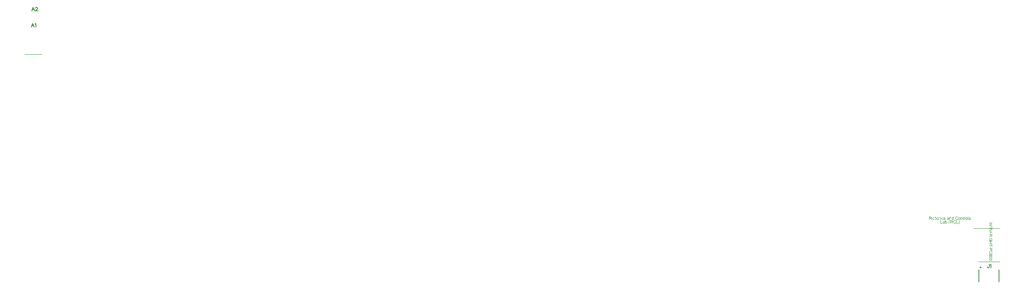
<source format=gto>
G04*
G04 #@! TF.GenerationSoftware,Altium Limited,Altium Designer,19.1.8 (144)*
G04*
G04 Layer_Color=65535*
%FSLAX43Y43*%
%MOMM*%
G71*
G01*
G75*
%ADD10C,0.250*%
%ADD11C,0.200*%
%ADD12C,0.152*%
%ADD13C,0.013*%
G36*
X-7815Y13866D02*
X-7894D01*
Y13955D01*
X-7815D01*
Y13866D01*
D02*
G37*
G36*
X-4508Y13966D02*
X-4499Y13965D01*
X-4489Y13964D01*
X-4479Y13963D01*
X-4467Y13960D01*
X-4442Y13955D01*
X-4414Y13946D01*
X-4401Y13941D01*
X-4388Y13934D01*
X-4375Y13926D01*
X-4362Y13918D01*
X-4361Y13917D01*
X-4359Y13916D01*
X-4355Y13913D01*
X-4351Y13908D01*
X-4346Y13904D01*
X-4340Y13897D01*
X-4333Y13890D01*
X-4326Y13882D01*
X-4318Y13873D01*
X-4311Y13862D01*
X-4303Y13851D01*
X-4295Y13839D01*
X-4289Y13825D01*
X-4281Y13811D01*
X-4276Y13796D01*
X-4270Y13780D01*
X-4353Y13760D01*
Y13761D01*
X-4354Y13763D01*
X-4356Y13767D01*
X-4358Y13772D01*
X-4360Y13777D01*
X-4363Y13784D01*
X-4370Y13799D01*
X-4379Y13816D01*
X-4390Y13833D01*
X-4404Y13848D01*
X-4419Y13862D01*
X-4421Y13864D01*
X-4426Y13868D01*
X-4436Y13872D01*
X-4448Y13879D01*
X-4463Y13884D01*
X-4481Y13890D01*
X-4502Y13894D01*
X-4525Y13894D01*
X-4533D01*
X-4537Y13894D01*
X-4544D01*
X-4551Y13893D01*
X-4569Y13890D01*
X-4588Y13886D01*
X-4609Y13880D01*
X-4630Y13870D01*
X-4649Y13858D01*
X-4650D01*
X-4651Y13857D01*
X-4658Y13852D01*
X-4666Y13845D01*
X-4676Y13833D01*
X-4688Y13820D01*
X-4699Y13804D01*
X-4709Y13784D01*
X-4719Y13763D01*
Y13762D01*
X-4720Y13760D01*
X-4720Y13758D01*
X-4721Y13753D01*
X-4723Y13747D01*
X-4725Y13741D01*
X-4728Y13725D01*
X-4732Y13707D01*
X-4735Y13686D01*
X-4737Y13664D01*
X-4738Y13640D01*
Y13639D01*
Y13637D01*
Y13632D01*
Y13626D01*
X-4737Y13620D01*
Y13612D01*
X-4736Y13602D01*
X-4735Y13592D01*
X-4732Y13570D01*
X-4728Y13546D01*
X-4722Y13522D01*
X-4715Y13498D01*
Y13497D01*
X-4714Y13495D01*
X-4712Y13492D01*
X-4710Y13488D01*
X-4705Y13477D01*
X-4696Y13464D01*
X-4686Y13449D01*
X-4673Y13433D01*
X-4659Y13419D01*
X-4641Y13406D01*
X-4640D01*
X-4638Y13405D01*
X-4635Y13404D01*
X-4632Y13402D01*
X-4627Y13400D01*
X-4622Y13397D01*
X-4609Y13392D01*
X-4592Y13386D01*
X-4573Y13381D01*
X-4553Y13378D01*
X-4532Y13377D01*
X-4525D01*
X-4520Y13378D01*
X-4513D01*
X-4507Y13379D01*
X-4490Y13382D01*
X-4471Y13387D01*
X-4451Y13394D01*
X-4431Y13404D01*
X-4421Y13410D01*
X-4412Y13417D01*
X-4411Y13418D01*
X-4410Y13419D01*
X-4407Y13422D01*
X-4403Y13425D01*
X-4400Y13429D01*
X-4395Y13435D01*
X-4389Y13441D01*
X-4385Y13448D01*
X-4379Y13456D01*
X-4373Y13465D01*
X-4367Y13475D01*
X-4362Y13486D01*
X-4357Y13498D01*
X-4352Y13511D01*
X-4348Y13525D01*
X-4344Y13539D01*
X-4259Y13518D01*
Y13517D01*
X-4260Y13514D01*
X-4262Y13508D01*
X-4265Y13501D01*
X-4267Y13492D01*
X-4271Y13482D01*
X-4276Y13471D01*
X-4281Y13459D01*
X-4294Y13433D01*
X-4311Y13407D01*
X-4321Y13394D01*
X-4331Y13381D01*
X-4342Y13370D01*
X-4355Y13359D01*
X-4356Y13358D01*
X-4358Y13356D01*
X-4363Y13355D01*
X-4367Y13351D01*
X-4375Y13346D01*
X-4382Y13342D01*
X-4392Y13337D01*
X-4402Y13332D01*
X-4414Y13327D01*
X-4427Y13322D01*
X-4441Y13318D01*
X-4456Y13313D01*
X-4472Y13309D01*
X-4488Y13307D01*
X-4506Y13306D01*
X-4524Y13305D01*
X-4535D01*
X-4542Y13306D01*
X-4550D01*
X-4561Y13306D01*
X-4572Y13308D01*
X-4585Y13310D01*
X-4611Y13315D01*
X-4639Y13322D01*
X-4667Y13332D01*
X-4680Y13339D01*
X-4693Y13346D01*
X-4694Y13347D01*
X-4695Y13348D01*
X-4699Y13351D01*
X-4703Y13355D01*
X-4708Y13358D01*
X-4715Y13364D01*
X-4722Y13370D01*
X-4730Y13378D01*
X-4737Y13386D01*
X-4745Y13394D01*
X-4762Y13416D01*
X-4778Y13441D01*
X-4792Y13468D01*
Y13469D01*
X-4793Y13472D01*
X-4794Y13477D01*
X-4797Y13482D01*
X-4799Y13490D01*
X-4802Y13499D01*
X-4806Y13509D01*
X-4808Y13520D01*
X-4811Y13532D01*
X-4815Y13546D01*
X-4819Y13575D01*
X-4823Y13607D01*
X-4825Y13640D01*
Y13641D01*
Y13645D01*
Y13650D01*
X-4824Y13657D01*
Y13666D01*
X-4823Y13675D01*
X-4822Y13687D01*
X-4820Y13699D01*
X-4816Y13726D01*
X-4809Y13756D01*
X-4800Y13785D01*
X-4787Y13814D01*
X-4786Y13815D01*
X-4785Y13818D01*
X-4783Y13821D01*
X-4780Y13826D01*
X-4776Y13833D01*
X-4771Y13840D01*
X-4759Y13857D01*
X-4744Y13875D01*
X-4725Y13894D01*
X-4704Y13912D01*
X-4679Y13928D01*
X-4678Y13929D01*
X-4675Y13930D01*
X-4671Y13931D01*
X-4667Y13934D01*
X-4659Y13937D01*
X-4652Y13940D01*
X-4643Y13943D01*
X-4633Y13947D01*
X-4622Y13951D01*
X-4610Y13955D01*
X-4584Y13960D01*
X-4554Y13965D01*
X-4524Y13967D01*
X-4514D01*
X-4508Y13966D01*
D02*
G37*
G36*
X-5184Y13316D02*
X-5257D01*
Y13374D01*
X-5258Y13373D01*
X-5259Y13371D01*
X-5261Y13367D01*
X-5265Y13363D01*
X-5270Y13358D01*
X-5275Y13353D01*
X-5282Y13346D01*
X-5290Y13340D01*
X-5298Y13333D01*
X-5308Y13327D01*
X-5319Y13321D01*
X-5331Y13317D01*
X-5343Y13312D01*
X-5357Y13308D01*
X-5371Y13306D01*
X-5387Y13306D01*
X-5393D01*
X-5396Y13306D01*
X-5407Y13307D01*
X-5420Y13309D01*
X-5436Y13313D01*
X-5454Y13318D01*
X-5471Y13326D01*
X-5489Y13336D01*
X-5490D01*
X-5491Y13338D01*
X-5496Y13342D01*
X-5504Y13349D01*
X-5515Y13358D01*
X-5527Y13370D01*
X-5539Y13385D01*
X-5551Y13402D01*
X-5561Y13421D01*
Y13422D01*
X-5562Y13424D01*
X-5563Y13427D01*
X-5565Y13430D01*
X-5566Y13436D01*
X-5569Y13442D01*
X-5571Y13449D01*
X-5573Y13457D01*
X-5578Y13476D01*
X-5582Y13497D01*
X-5585Y13521D01*
X-5586Y13547D01*
Y13548D01*
Y13550D01*
Y13553D01*
Y13559D01*
X-5585Y13564D01*
Y13572D01*
X-5583Y13588D01*
X-5580Y13608D01*
X-5576Y13629D01*
X-5570Y13651D01*
X-5563Y13673D01*
Y13674D01*
X-5562Y13675D01*
X-5560Y13678D01*
X-5558Y13682D01*
X-5553Y13692D01*
X-5545Y13705D01*
X-5536Y13719D01*
X-5524Y13733D01*
X-5510Y13747D01*
X-5493Y13759D01*
X-5492D01*
X-5492Y13760D01*
X-5489Y13762D01*
X-5485Y13764D01*
X-5476Y13769D01*
X-5463Y13775D01*
X-5448Y13781D01*
X-5431Y13785D01*
X-5411Y13789D01*
X-5391Y13790D01*
X-5383D01*
X-5376Y13789D01*
X-5366Y13788D01*
X-5354Y13785D01*
X-5341Y13783D01*
X-5328Y13778D01*
X-5316Y13772D01*
X-5314Y13771D01*
X-5310Y13769D01*
X-5305Y13764D01*
X-5297Y13759D01*
X-5288Y13753D01*
X-5280Y13745D01*
X-5271Y13736D01*
X-5262Y13726D01*
Y13955D01*
X-5184D01*
Y13316D01*
D02*
G37*
G36*
X-3435Y13789D02*
X-3425Y13788D01*
X-3413Y13786D01*
X-3400Y13784D01*
X-3386Y13780D01*
X-3373Y13774D01*
X-3372Y13773D01*
X-3368Y13772D01*
X-3361Y13769D01*
X-3354Y13764D01*
X-3345Y13759D01*
X-3336Y13751D01*
X-3328Y13744D01*
X-3321Y13735D01*
X-3320Y13734D01*
X-3318Y13730D01*
X-3315Y13725D01*
X-3311Y13719D01*
X-3307Y13710D01*
X-3303Y13700D01*
X-3298Y13689D01*
X-3296Y13677D01*
Y13676D01*
X-3295Y13673D01*
X-3294Y13667D01*
X-3293Y13660D01*
Y13649D01*
X-3292Y13636D01*
X-3291Y13620D01*
Y13600D01*
Y13316D01*
X-3370D01*
Y13597D01*
Y13598D01*
Y13599D01*
Y13605D01*
Y13613D01*
X-3371Y13624D01*
X-3372Y13636D01*
X-3373Y13648D01*
X-3376Y13659D01*
X-3379Y13669D01*
Y13670D01*
X-3381Y13673D01*
X-3384Y13677D01*
X-3386Y13683D01*
X-3391Y13688D01*
X-3396Y13695D01*
X-3404Y13701D01*
X-3412Y13707D01*
X-3413Y13708D01*
X-3416Y13710D01*
X-3421Y13711D01*
X-3428Y13714D01*
X-3435Y13717D01*
X-3445Y13720D01*
X-3456Y13721D01*
X-3467Y13722D01*
X-3471D01*
X-3475Y13721D01*
X-3484Y13720D01*
X-3496Y13718D01*
X-3509Y13713D01*
X-3524Y13708D01*
X-3539Y13700D01*
X-3553Y13689D01*
X-3555Y13687D01*
X-3558Y13683D01*
X-3561Y13679D01*
X-3564Y13674D01*
X-3568Y13669D01*
X-3570Y13662D01*
X-3574Y13655D01*
X-3578Y13646D01*
X-3580Y13636D01*
X-3583Y13625D01*
X-3585Y13612D01*
X-3587Y13600D01*
X-3589Y13584D01*
Y13568D01*
Y13316D01*
X-3667D01*
Y13780D01*
X-3597D01*
Y13713D01*
X-3596Y13714D01*
X-3594Y13717D01*
X-3592Y13721D01*
X-3588Y13725D01*
X-3582Y13731D01*
X-3576Y13737D01*
X-3568Y13745D01*
X-3559Y13752D01*
X-3550Y13759D01*
X-3539Y13766D01*
X-3527Y13772D01*
X-3514Y13778D01*
X-3499Y13783D01*
X-3484Y13786D01*
X-3468Y13789D01*
X-3450Y13790D01*
X-3443D01*
X-3435Y13789D01*
D02*
G37*
G36*
X-5822D02*
X-5811Y13788D01*
X-5799Y13786D01*
X-5786Y13784D01*
X-5773Y13780D01*
X-5760Y13774D01*
X-5758Y13773D01*
X-5754Y13772D01*
X-5748Y13769D01*
X-5740Y13764D01*
X-5731Y13759D01*
X-5723Y13751D01*
X-5714Y13744D01*
X-5707Y13735D01*
X-5706Y13734D01*
X-5704Y13730D01*
X-5701Y13725D01*
X-5697Y13719D01*
X-5693Y13710D01*
X-5689Y13700D01*
X-5685Y13689D01*
X-5682Y13677D01*
Y13676D01*
X-5681Y13673D01*
X-5680Y13667D01*
X-5679Y13660D01*
Y13649D01*
X-5678Y13636D01*
X-5677Y13620D01*
Y13600D01*
Y13316D01*
X-5756D01*
Y13597D01*
Y13598D01*
Y13599D01*
Y13605D01*
Y13613D01*
X-5757Y13624D01*
X-5758Y13636D01*
X-5760Y13648D01*
X-5762Y13659D01*
X-5765Y13669D01*
Y13670D01*
X-5767Y13673D01*
X-5770Y13677D01*
X-5773Y13683D01*
X-5777Y13688D01*
X-5783Y13695D01*
X-5790Y13701D01*
X-5799Y13707D01*
X-5799Y13708D01*
X-5802Y13710D01*
X-5808Y13711D01*
X-5814Y13714D01*
X-5822Y13717D01*
X-5831Y13720D01*
X-5842Y13721D01*
X-5853Y13722D01*
X-5858D01*
X-5861Y13721D01*
X-5871Y13720D01*
X-5883Y13718D01*
X-5896Y13713D01*
X-5910Y13708D01*
X-5925Y13700D01*
X-5939Y13689D01*
X-5941Y13687D01*
X-5945Y13683D01*
X-5947Y13679D01*
X-5950Y13674D01*
X-5954Y13669D01*
X-5957Y13662D01*
X-5960Y13655D01*
X-5964Y13646D01*
X-5967Y13636D01*
X-5970Y13625D01*
X-5971Y13612D01*
X-5973Y13600D01*
X-5975Y13584D01*
Y13568D01*
Y13316D01*
X-6054D01*
Y13780D01*
X-5983D01*
Y13713D01*
X-5982Y13714D01*
X-5981Y13717D01*
X-5978Y13721D01*
X-5974Y13725D01*
X-5969Y13731D01*
X-5962Y13737D01*
X-5955Y13745D01*
X-5945Y13752D01*
X-5936Y13759D01*
X-5925Y13766D01*
X-5913Y13772D01*
X-5900Y13778D01*
X-5885Y13783D01*
X-5871Y13786D01*
X-5854Y13789D01*
X-5836Y13790D01*
X-5829D01*
X-5822Y13789D01*
D02*
G37*
G36*
X-2736D02*
X-2726Y13787D01*
X-2714Y13784D01*
X-2701Y13779D01*
X-2686Y13772D01*
X-2671Y13764D01*
X-2699Y13692D01*
X-2700Y13693D01*
X-2704Y13695D01*
X-2710Y13698D01*
X-2717Y13700D01*
X-2725Y13703D01*
X-2735Y13706D01*
X-2746Y13708D01*
X-2756Y13709D01*
X-2760D01*
X-2765Y13708D01*
X-2771Y13707D01*
X-2778Y13705D01*
X-2786Y13702D01*
X-2795Y13698D01*
X-2802Y13693D01*
X-2803Y13692D01*
X-2806Y13690D01*
X-2808Y13686D01*
X-2813Y13682D01*
X-2818Y13675D01*
X-2822Y13668D01*
X-2827Y13660D01*
X-2831Y13649D01*
X-2832Y13648D01*
X-2833Y13642D01*
X-2834Y13634D01*
X-2837Y13623D01*
X-2840Y13609D01*
X-2842Y13593D01*
X-2843Y13576D01*
X-2844Y13558D01*
Y13316D01*
X-2922D01*
Y13780D01*
X-2851D01*
Y13710D01*
X-2850Y13710D01*
X-2846Y13717D01*
X-2842Y13725D01*
X-2834Y13735D01*
X-2827Y13746D01*
X-2819Y13757D01*
X-2810Y13766D01*
X-2802Y13773D01*
X-2801Y13774D01*
X-2798Y13776D01*
X-2793Y13779D01*
X-2787Y13782D01*
X-2780Y13784D01*
X-2771Y13787D01*
X-2761Y13789D01*
X-2751Y13790D01*
X-2745D01*
X-2736Y13789D01*
D02*
G37*
G36*
X-1756D02*
X-1742Y13788D01*
X-1728Y13786D01*
X-1712Y13783D01*
X-1695Y13779D01*
X-1680Y13773D01*
X-1679D01*
X-1678Y13772D01*
X-1673Y13771D01*
X-1666Y13767D01*
X-1656Y13762D01*
X-1646Y13756D01*
X-1636Y13748D01*
X-1627Y13740D01*
X-1619Y13731D01*
X-1618Y13730D01*
X-1616Y13726D01*
X-1612Y13720D01*
X-1607Y13712D01*
X-1603Y13701D01*
X-1598Y13689D01*
X-1595Y13675D01*
X-1591Y13660D01*
X-1668Y13649D01*
Y13651D01*
X-1668Y13655D01*
X-1670Y13661D01*
X-1673Y13670D01*
X-1678Y13678D01*
X-1683Y13687D01*
X-1690Y13697D01*
X-1699Y13705D01*
X-1700Y13706D01*
X-1704Y13708D01*
X-1709Y13711D01*
X-1717Y13715D01*
X-1727Y13719D01*
X-1739Y13723D01*
X-1754Y13724D01*
X-1769Y13725D01*
X-1779D01*
X-1788Y13724D01*
X-1800Y13723D01*
X-1812Y13721D01*
X-1825Y13718D01*
X-1837Y13713D01*
X-1847Y13707D01*
X-1848Y13706D01*
X-1851Y13704D01*
X-1854Y13700D01*
X-1858Y13695D01*
X-1863Y13689D01*
X-1866Y13682D01*
X-1869Y13674D01*
X-1870Y13665D01*
Y13664D01*
Y13662D01*
X-1869Y13660D01*
Y13656D01*
X-1866Y13647D01*
X-1861Y13637D01*
X-1860Y13637D01*
X-1859Y13636D01*
X-1857Y13633D01*
X-1853Y13630D01*
X-1850Y13627D01*
X-1844Y13624D01*
X-1838Y13621D01*
X-1830Y13617D01*
X-1829D01*
X-1828Y13616D01*
X-1824Y13615D01*
X-1817Y13612D01*
X-1808Y13610D01*
X-1796Y13607D01*
X-1789Y13604D01*
X-1780Y13602D01*
X-1771Y13600D01*
X-1761Y13597D01*
X-1760D01*
X-1757Y13596D01*
X-1753Y13595D01*
X-1747Y13593D01*
X-1741Y13591D01*
X-1732Y13589D01*
X-1715Y13584D01*
X-1695Y13578D01*
X-1676Y13572D01*
X-1658Y13565D01*
X-1651Y13563D01*
X-1644Y13560D01*
X-1643Y13559D01*
X-1639Y13557D01*
X-1633Y13554D01*
X-1625Y13550D01*
X-1617Y13544D01*
X-1608Y13537D01*
X-1600Y13528D01*
X-1593Y13519D01*
X-1592Y13518D01*
X-1590Y13514D01*
X-1586Y13509D01*
X-1583Y13501D01*
X-1580Y13490D01*
X-1576Y13479D01*
X-1574Y13466D01*
X-1573Y13452D01*
Y13450D01*
Y13445D01*
X-1574Y13438D01*
X-1576Y13428D01*
X-1579Y13416D01*
X-1583Y13404D01*
X-1589Y13391D01*
X-1596Y13378D01*
X-1597Y13376D01*
X-1601Y13372D01*
X-1606Y13366D01*
X-1613Y13358D01*
X-1623Y13350D01*
X-1634Y13341D01*
X-1647Y13332D01*
X-1663Y13324D01*
X-1664D01*
X-1665Y13323D01*
X-1670Y13321D01*
X-1680Y13318D01*
X-1692Y13315D01*
X-1706Y13311D01*
X-1723Y13308D01*
X-1741Y13306D01*
X-1761Y13306D01*
X-1769D01*
X-1776Y13306D01*
X-1783D01*
X-1792Y13307D01*
X-1802Y13308D01*
X-1812Y13310D01*
X-1834Y13315D01*
X-1857Y13321D01*
X-1879Y13330D01*
X-1889Y13336D01*
X-1899Y13343D01*
X-1900Y13343D01*
X-1901Y13344D01*
X-1906Y13350D01*
X-1914Y13358D01*
X-1924Y13371D01*
X-1934Y13387D01*
X-1944Y13405D01*
X-1952Y13429D01*
X-1959Y13454D01*
X-1881Y13466D01*
Y13465D01*
Y13465D01*
X-1879Y13459D01*
X-1877Y13450D01*
X-1874Y13440D01*
X-1869Y13429D01*
X-1864Y13416D01*
X-1855Y13404D01*
X-1845Y13394D01*
X-1843Y13393D01*
X-1840Y13391D01*
X-1832Y13387D01*
X-1823Y13382D01*
X-1811Y13378D01*
X-1797Y13374D01*
X-1780Y13371D01*
X-1761Y13370D01*
X-1752D01*
X-1742Y13371D01*
X-1730Y13373D01*
X-1717Y13376D01*
X-1704Y13380D01*
X-1692Y13384D01*
X-1681Y13392D01*
X-1680Y13392D01*
X-1676Y13395D01*
X-1672Y13400D01*
X-1667Y13406D01*
X-1662Y13414D01*
X-1657Y13423D01*
X-1655Y13432D01*
X-1654Y13443D01*
Y13444D01*
Y13448D01*
X-1655Y13453D01*
X-1656Y13459D01*
X-1659Y13465D01*
X-1664Y13472D01*
X-1669Y13479D01*
X-1678Y13485D01*
X-1679Y13486D01*
X-1681Y13487D01*
X-1686Y13490D01*
X-1693Y13492D01*
X-1705Y13496D01*
X-1711Y13499D01*
X-1718Y13501D01*
X-1727Y13503D01*
X-1736Y13506D01*
X-1746Y13509D01*
X-1758Y13512D01*
X-1759D01*
X-1762Y13513D01*
X-1766Y13514D01*
X-1772Y13515D01*
X-1779Y13517D01*
X-1788Y13520D01*
X-1805Y13525D01*
X-1826Y13531D01*
X-1845Y13537D01*
X-1864Y13543D01*
X-1872Y13547D01*
X-1878Y13550D01*
X-1880Y13551D01*
X-1884Y13552D01*
X-1889Y13556D01*
X-1897Y13561D01*
X-1905Y13567D01*
X-1913Y13575D01*
X-1922Y13583D01*
X-1929Y13593D01*
X-1930Y13594D01*
X-1932Y13598D01*
X-1935Y13604D01*
X-1938Y13612D01*
X-1940Y13621D01*
X-1943Y13632D01*
X-1945Y13643D01*
X-1946Y13656D01*
Y13658D01*
Y13661D01*
X-1945Y13667D01*
X-1944Y13675D01*
X-1942Y13684D01*
X-1940Y13694D01*
X-1937Y13703D01*
X-1932Y13713D01*
X-1931Y13714D01*
X-1929Y13718D01*
X-1926Y13723D01*
X-1922Y13729D01*
X-1916Y13735D01*
X-1910Y13744D01*
X-1902Y13751D01*
X-1893Y13758D01*
X-1892Y13759D01*
X-1889Y13759D01*
X-1886Y13762D01*
X-1880Y13765D01*
X-1873Y13769D01*
X-1865Y13772D01*
X-1854Y13776D01*
X-1843Y13780D01*
X-1841Y13781D01*
X-1838Y13782D01*
X-1831Y13784D01*
X-1823Y13785D01*
X-1813Y13787D01*
X-1802Y13788D01*
X-1789Y13790D01*
X-1766D01*
X-1756Y13789D01*
D02*
G37*
G36*
X-7076D02*
X-7062Y13788D01*
X-7048Y13786D01*
X-7032Y13783D01*
X-7015Y13779D01*
X-6999Y13773D01*
X-6999D01*
X-6998Y13772D01*
X-6993Y13771D01*
X-6986Y13767D01*
X-6976Y13762D01*
X-6966Y13756D01*
X-6956Y13748D01*
X-6947Y13740D01*
X-6938Y13731D01*
X-6938Y13730D01*
X-6936Y13726D01*
X-6932Y13720D01*
X-6927Y13712D01*
X-6923Y13701D01*
X-6918Y13689D01*
X-6914Y13675D01*
X-6911Y13660D01*
X-6987Y13649D01*
Y13651D01*
X-6988Y13655D01*
X-6990Y13661D01*
X-6993Y13670D01*
X-6998Y13678D01*
X-7003Y13687D01*
X-7010Y13697D01*
X-7019Y13705D01*
X-7020Y13706D01*
X-7024Y13708D01*
X-7029Y13711D01*
X-7037Y13715D01*
X-7047Y13719D01*
X-7059Y13723D01*
X-7073Y13724D01*
X-7089Y13725D01*
X-7098D01*
X-7108Y13724D01*
X-7120Y13723D01*
X-7132Y13721D01*
X-7145Y13718D01*
X-7157Y13713D01*
X-7167Y13707D01*
X-7168Y13706D01*
X-7171Y13704D01*
X-7174Y13700D01*
X-7178Y13695D01*
X-7183Y13689D01*
X-7186Y13682D01*
X-7189Y13674D01*
X-7190Y13665D01*
Y13664D01*
Y13662D01*
X-7189Y13660D01*
Y13656D01*
X-7186Y13647D01*
X-7181Y13637D01*
X-7180Y13637D01*
X-7179Y13636D01*
X-7177Y13633D01*
X-7173Y13630D01*
X-7170Y13627D01*
X-7164Y13624D01*
X-7158Y13621D01*
X-7150Y13617D01*
X-7149D01*
X-7147Y13616D01*
X-7144Y13615D01*
X-7137Y13612D01*
X-7128Y13610D01*
X-7116Y13607D01*
X-7109Y13604D01*
X-7100Y13602D01*
X-7091Y13600D01*
X-7081Y13597D01*
X-7080D01*
X-7077Y13596D01*
X-7073Y13595D01*
X-7067Y13593D01*
X-7061Y13591D01*
X-7052Y13589D01*
X-7035Y13584D01*
X-7015Y13578D01*
X-6996Y13572D01*
X-6978Y13565D01*
X-6971Y13563D01*
X-6964Y13560D01*
X-6963Y13559D01*
X-6959Y13557D01*
X-6953Y13554D01*
X-6945Y13550D01*
X-6937Y13544D01*
X-6928Y13537D01*
X-6920Y13528D01*
X-6913Y13519D01*
X-6912Y13518D01*
X-6910Y13514D01*
X-6906Y13509D01*
X-6902Y13501D01*
X-6900Y13490D01*
X-6896Y13479D01*
X-6894Y13466D01*
X-6893Y13452D01*
Y13450D01*
Y13445D01*
X-6894Y13438D01*
X-6896Y13428D01*
X-6899Y13416D01*
X-6903Y13404D01*
X-6909Y13391D01*
X-6916Y13378D01*
X-6917Y13376D01*
X-6921Y13372D01*
X-6926Y13366D01*
X-6933Y13358D01*
X-6943Y13350D01*
X-6954Y13341D01*
X-6967Y13332D01*
X-6983Y13324D01*
X-6984D01*
X-6985Y13323D01*
X-6990Y13321D01*
X-6999Y13318D01*
X-7012Y13315D01*
X-7026Y13311D01*
X-7043Y13308D01*
X-7061Y13306D01*
X-7081Y13306D01*
X-7089D01*
X-7096Y13306D01*
X-7103D01*
X-7112Y13307D01*
X-7122Y13308D01*
X-7132Y13310D01*
X-7154Y13315D01*
X-7177Y13321D01*
X-7199Y13330D01*
X-7209Y13336D01*
X-7219Y13343D01*
X-7220Y13343D01*
X-7220Y13344D01*
X-7226Y13350D01*
X-7234Y13358D01*
X-7244Y13371D01*
X-7254Y13387D01*
X-7264Y13405D01*
X-7272Y13429D01*
X-7279Y13454D01*
X-7201Y13466D01*
Y13465D01*
Y13465D01*
X-7199Y13459D01*
X-7197Y13450D01*
X-7194Y13440D01*
X-7189Y13429D01*
X-7183Y13416D01*
X-7175Y13404D01*
X-7165Y13394D01*
X-7163Y13393D01*
X-7159Y13391D01*
X-7152Y13387D01*
X-7143Y13382D01*
X-7131Y13378D01*
X-7117Y13374D01*
X-7100Y13371D01*
X-7081Y13370D01*
X-7072D01*
X-7062Y13371D01*
X-7050Y13373D01*
X-7037Y13376D01*
X-7024Y13380D01*
X-7012Y13384D01*
X-7000Y13392D01*
X-6999Y13392D01*
X-6996Y13395D01*
X-6992Y13400D01*
X-6987Y13406D01*
X-6982Y13414D01*
X-6977Y13423D01*
X-6975Y13432D01*
X-6974Y13443D01*
Y13444D01*
Y13448D01*
X-6975Y13453D01*
X-6976Y13459D01*
X-6979Y13465D01*
X-6984Y13472D01*
X-6989Y13479D01*
X-6998Y13485D01*
X-6999Y13486D01*
X-7001Y13487D01*
X-7006Y13490D01*
X-7013Y13492D01*
X-7024Y13496D01*
X-7031Y13499D01*
X-7038Y13501D01*
X-7047Y13503D01*
X-7056Y13506D01*
X-7066Y13509D01*
X-7078Y13512D01*
X-7079D01*
X-7082Y13513D01*
X-7086Y13514D01*
X-7092Y13515D01*
X-7099Y13517D01*
X-7108Y13520D01*
X-7125Y13525D01*
X-7146Y13531D01*
X-7165Y13537D01*
X-7183Y13543D01*
X-7192Y13547D01*
X-7198Y13550D01*
X-7200Y13551D01*
X-7204Y13552D01*
X-7209Y13556D01*
X-7217Y13561D01*
X-7225Y13567D01*
X-7233Y13575D01*
X-7242Y13583D01*
X-7249Y13593D01*
X-7250Y13594D01*
X-7252Y13598D01*
X-7255Y13604D01*
X-7257Y13612D01*
X-7260Y13621D01*
X-7263Y13632D01*
X-7265Y13643D01*
X-7266Y13656D01*
Y13658D01*
Y13661D01*
X-7265Y13667D01*
X-7264Y13675D01*
X-7262Y13684D01*
X-7260Y13694D01*
X-7257Y13703D01*
X-7252Y13713D01*
X-7251Y13714D01*
X-7249Y13718D01*
X-7246Y13723D01*
X-7242Y13729D01*
X-7236Y13735D01*
X-7230Y13744D01*
X-7222Y13751D01*
X-7213Y13758D01*
X-7212Y13759D01*
X-7209Y13759D01*
X-7206Y13762D01*
X-7200Y13765D01*
X-7193Y13769D01*
X-7184Y13772D01*
X-7174Y13776D01*
X-7163Y13780D01*
X-7161Y13781D01*
X-7158Y13782D01*
X-7151Y13784D01*
X-7143Y13785D01*
X-7133Y13787D01*
X-7122Y13788D01*
X-7109Y13790D01*
X-7086D01*
X-7076Y13789D01*
D02*
G37*
G36*
X-7494D02*
X-7489D01*
X-7481Y13788D01*
X-7464Y13785D01*
X-7444Y13781D01*
X-7424Y13773D01*
X-7404Y13764D01*
X-7384Y13751D01*
X-7383D01*
X-7382Y13749D01*
X-7377Y13744D01*
X-7368Y13735D01*
X-7358Y13723D01*
X-7348Y13709D01*
X-7338Y13690D01*
X-7329Y13669D01*
X-7322Y13644D01*
X-7399Y13632D01*
Y13633D01*
X-7400Y13634D01*
X-7401Y13639D01*
X-7404Y13648D01*
X-7408Y13658D01*
X-7413Y13669D01*
X-7420Y13681D01*
X-7429Y13692D01*
X-7438Y13701D01*
X-7439Y13702D01*
X-7442Y13705D01*
X-7449Y13709D01*
X-7456Y13713D01*
X-7466Y13718D01*
X-7477Y13722D01*
X-7490Y13724D01*
X-7504Y13725D01*
X-7510D01*
X-7514Y13724D01*
X-7525Y13723D01*
X-7539Y13720D01*
X-7553Y13715D01*
X-7570Y13708D01*
X-7586Y13697D01*
X-7593Y13690D01*
X-7600Y13683D01*
Y13682D01*
X-7602Y13681D01*
X-7604Y13678D01*
X-7606Y13674D01*
X-7609Y13670D01*
X-7612Y13664D01*
X-7615Y13658D01*
X-7619Y13650D01*
X-7623Y13641D01*
X-7625Y13631D01*
X-7629Y13620D01*
X-7632Y13608D01*
X-7634Y13595D01*
X-7636Y13580D01*
X-7637Y13564D01*
Y13548D01*
Y13547D01*
Y13544D01*
Y13539D01*
X-7637Y13533D01*
Y13525D01*
X-7636Y13516D01*
X-7633Y13496D01*
X-7629Y13474D01*
X-7623Y13451D01*
X-7614Y13430D01*
X-7609Y13420D01*
X-7602Y13412D01*
X-7600Y13410D01*
X-7596Y13405D01*
X-7588Y13399D01*
X-7577Y13392D01*
X-7563Y13383D01*
X-7548Y13377D01*
X-7529Y13372D01*
X-7519Y13371D01*
X-7509Y13370D01*
X-7507D01*
X-7502Y13371D01*
X-7492Y13372D01*
X-7482Y13374D01*
X-7470Y13377D01*
X-7457Y13382D01*
X-7444Y13389D01*
X-7432Y13398D01*
X-7430Y13399D01*
X-7428Y13404D01*
X-7422Y13410D01*
X-7416Y13420D01*
X-7409Y13432D01*
X-7402Y13447D01*
X-7396Y13465D01*
X-7392Y13486D01*
X-7315Y13476D01*
Y13475D01*
X-7316Y13472D01*
X-7317Y13468D01*
X-7318Y13463D01*
X-7319Y13455D01*
X-7321Y13448D01*
X-7328Y13429D01*
X-7336Y13410D01*
X-7348Y13389D01*
X-7363Y13368D01*
X-7371Y13359D01*
X-7380Y13350D01*
X-7381Y13349D01*
X-7383Y13348D01*
X-7386Y13346D01*
X-7390Y13343D01*
X-7394Y13340D01*
X-7401Y13336D01*
X-7408Y13332D01*
X-7416Y13328D01*
X-7434Y13319D01*
X-7456Y13313D01*
X-7480Y13307D01*
X-7494Y13306D01*
X-7508Y13306D01*
X-7517D01*
X-7524Y13306D01*
X-7532Y13307D01*
X-7541Y13309D01*
X-7551Y13311D01*
X-7563Y13313D01*
X-7588Y13320D01*
X-7600Y13326D01*
X-7612Y13331D01*
X-7625Y13339D01*
X-7637Y13347D01*
X-7649Y13356D01*
X-7661Y13367D01*
X-7661Y13368D01*
X-7663Y13370D01*
X-7666Y13374D01*
X-7670Y13379D01*
X-7674Y13385D01*
X-7679Y13393D01*
X-7684Y13403D01*
X-7689Y13413D01*
X-7695Y13425D01*
X-7699Y13439D01*
X-7705Y13453D01*
X-7709Y13469D01*
X-7712Y13486D01*
X-7715Y13505D01*
X-7717Y13525D01*
X-7718Y13546D01*
Y13547D01*
Y13550D01*
Y13553D01*
Y13559D01*
X-7717Y13565D01*
Y13573D01*
X-7716Y13581D01*
X-7715Y13590D01*
X-7712Y13611D01*
X-7708Y13633D01*
X-7702Y13655D01*
X-7694Y13677D01*
Y13678D01*
X-7693Y13680D01*
X-7691Y13683D01*
X-7689Y13686D01*
X-7684Y13697D01*
X-7675Y13709D01*
X-7664Y13723D01*
X-7651Y13736D01*
X-7636Y13750D01*
X-7618Y13761D01*
X-7617D01*
X-7615Y13762D01*
X-7612Y13764D01*
X-7609Y13766D01*
X-7604Y13768D01*
X-7599Y13771D01*
X-7585Y13776D01*
X-7569Y13781D01*
X-7550Y13785D01*
X-7529Y13789D01*
X-7507Y13790D01*
X-7500D01*
X-7494Y13789D01*
D02*
G37*
G36*
X-2049Y13316D02*
X-2128D01*
Y13955D01*
X-2049D01*
Y13316D01*
D02*
G37*
G36*
X-6335Y13789D02*
X-6321Y13788D01*
X-6305Y13786D01*
X-6289Y13784D01*
X-6274Y13780D01*
X-6259Y13775D01*
X-6257Y13774D01*
X-6252Y13772D01*
X-6246Y13770D01*
X-6238Y13766D01*
X-6228Y13760D01*
X-6219Y13755D01*
X-6211Y13747D01*
X-6203Y13740D01*
X-6203Y13739D01*
X-6201Y13736D01*
X-6198Y13732D01*
X-6194Y13726D01*
X-6190Y13718D01*
X-6186Y13710D01*
X-6182Y13699D01*
X-6179Y13687D01*
Y13686D01*
X-6178Y13684D01*
X-6178Y13678D01*
X-6177Y13671D01*
Y13661D01*
X-6176Y13649D01*
X-6175Y13633D01*
Y13615D01*
Y13510D01*
Y13509D01*
Y13505D01*
Y13500D01*
Y13492D01*
Y13484D01*
Y13474D01*
X-6174Y13452D01*
Y13429D01*
X-6173Y13405D01*
X-6172Y13395D01*
Y13386D01*
X-6171Y13378D01*
X-6170Y13371D01*
Y13370D01*
X-6169Y13367D01*
X-6168Y13361D01*
X-6166Y13354D01*
X-6164Y13345D01*
X-6160Y13336D01*
X-6155Y13326D01*
X-6151Y13316D01*
X-6233D01*
X-6234Y13317D01*
X-6235Y13320D01*
X-6237Y13325D01*
X-6240Y13332D01*
X-6242Y13341D01*
X-6244Y13351D01*
X-6246Y13362D01*
X-6248Y13374D01*
X-6249D01*
X-6250Y13372D01*
X-6255Y13367D01*
X-6264Y13361D01*
X-6275Y13353D01*
X-6289Y13344D01*
X-6302Y13335D01*
X-6317Y13327D01*
X-6333Y13320D01*
X-6335Y13319D01*
X-6340Y13318D01*
X-6349Y13316D01*
X-6359Y13313D01*
X-6372Y13310D01*
X-6387Y13308D01*
X-6403Y13306D01*
X-6420Y13306D01*
X-6427D01*
X-6433Y13306D01*
X-6439D01*
X-6447Y13307D01*
X-6463Y13310D01*
X-6482Y13315D01*
X-6502Y13321D01*
X-6521Y13330D01*
X-6537Y13343D01*
X-6539Y13344D01*
X-6544Y13349D01*
X-6550Y13357D01*
X-6558Y13368D01*
X-6565Y13382D01*
X-6571Y13398D01*
X-6576Y13417D01*
X-6577Y13427D01*
X-6578Y13438D01*
Y13440D01*
Y13443D01*
X-6577Y13450D01*
X-6576Y13458D01*
X-6574Y13468D01*
X-6571Y13478D01*
X-6568Y13490D01*
X-6563Y13500D01*
X-6562Y13501D01*
X-6560Y13504D01*
X-6557Y13510D01*
X-6552Y13516D01*
X-6546Y13524D01*
X-6539Y13531D01*
X-6532Y13539D01*
X-6522Y13545D01*
X-6522Y13546D01*
X-6518Y13548D01*
X-6513Y13551D01*
X-6506Y13555D01*
X-6497Y13559D01*
X-6487Y13563D01*
X-6477Y13567D01*
X-6465Y13571D01*
X-6464D01*
X-6460Y13572D01*
X-6455Y13574D01*
X-6448Y13575D01*
X-6438Y13576D01*
X-6426Y13578D01*
X-6412Y13581D01*
X-6396Y13583D01*
X-6395D01*
X-6391Y13584D01*
X-6387D01*
X-6380Y13585D01*
X-6373Y13586D01*
X-6363Y13588D01*
X-6353Y13588D01*
X-6342Y13590D01*
X-6320Y13595D01*
X-6296Y13600D01*
X-6275Y13605D01*
X-6264Y13608D01*
X-6255Y13611D01*
Y13612D01*
Y13613D01*
X-6254Y13619D01*
Y13625D01*
Y13629D01*
Y13631D01*
Y13632D01*
Y13633D01*
Y13638D01*
X-6255Y13648D01*
X-6257Y13658D01*
X-6260Y13669D01*
X-6264Y13680D01*
X-6270Y13690D01*
X-6277Y13698D01*
X-6278Y13699D01*
X-6283Y13703D01*
X-6290Y13707D01*
X-6300Y13712D01*
X-6313Y13717D01*
X-6327Y13722D01*
X-6346Y13724D01*
X-6367Y13725D01*
X-6376D01*
X-6386Y13724D01*
X-6399Y13723D01*
X-6411Y13721D01*
X-6425Y13717D01*
X-6438Y13712D01*
X-6449Y13706D01*
X-6450Y13705D01*
X-6454Y13702D01*
X-6459Y13698D01*
X-6464Y13690D01*
X-6470Y13681D01*
X-6476Y13669D01*
X-6482Y13654D01*
X-6487Y13637D01*
X-6564Y13648D01*
Y13649D01*
X-6563Y13649D01*
Y13652D01*
X-6562Y13656D01*
X-6559Y13664D01*
X-6556Y13676D01*
X-6551Y13688D01*
X-6546Y13701D01*
X-6538Y13714D01*
X-6530Y13726D01*
X-6529Y13727D01*
X-6525Y13731D01*
X-6520Y13736D01*
X-6512Y13744D01*
X-6502Y13751D01*
X-6490Y13759D01*
X-6476Y13767D01*
X-6460Y13773D01*
X-6460D01*
X-6459Y13774D01*
X-6456Y13775D01*
X-6452Y13776D01*
X-6443Y13779D01*
X-6430Y13782D01*
X-6415Y13784D01*
X-6397Y13787D01*
X-6377Y13789D01*
X-6355Y13790D01*
X-6345D01*
X-6335Y13789D01*
D02*
G37*
G36*
X-7815Y13316D02*
X-7894D01*
Y13780D01*
X-7815D01*
Y13316D01*
D02*
G37*
G36*
X-9965Y13955D02*
X-9956D01*
X-9937Y13954D01*
X-9916Y13951D01*
X-9894Y13948D01*
X-9874Y13943D01*
X-9864Y13941D01*
X-9855Y13938D01*
X-9855D01*
X-9854Y13937D01*
X-9848Y13934D01*
X-9840Y13931D01*
X-9830Y13924D01*
X-9818Y13916D01*
X-9806Y13905D01*
X-9795Y13892D01*
X-9784Y13877D01*
Y13876D01*
X-9783Y13875D01*
X-9780Y13870D01*
X-9776Y13860D01*
X-9770Y13848D01*
X-9766Y13834D01*
X-9761Y13818D01*
X-9758Y13800D01*
X-9757Y13781D01*
Y13780D01*
Y13778D01*
Y13774D01*
X-9758Y13770D01*
Y13763D01*
X-9759Y13757D01*
X-9763Y13741D01*
X-9769Y13723D01*
X-9776Y13703D01*
X-9787Y13684D01*
X-9794Y13674D01*
X-9802Y13665D01*
X-9803Y13664D01*
X-9804Y13663D01*
X-9806Y13661D01*
X-9810Y13658D01*
X-9815Y13654D01*
X-9820Y13650D01*
X-9828Y13646D01*
X-9835Y13640D01*
X-9844Y13636D01*
X-9855Y13631D01*
X-9866Y13625D01*
X-9878Y13621D01*
X-9892Y13617D01*
X-9905Y13612D01*
X-9921Y13610D01*
X-9938Y13607D01*
X-9936Y13606D01*
X-9932Y13604D01*
X-9927Y13600D01*
X-9919Y13597D01*
X-9903Y13587D01*
X-9894Y13580D01*
X-9887Y13575D01*
X-9885Y13573D01*
X-9880Y13568D01*
X-9873Y13561D01*
X-9864Y13551D01*
X-9854Y13539D01*
X-9842Y13525D01*
X-9830Y13508D01*
X-9817Y13490D01*
X-9707Y13316D01*
X-9812D01*
X-9896Y13449D01*
Y13450D01*
X-9898Y13452D01*
X-9900Y13454D01*
X-9903Y13458D01*
X-9909Y13468D01*
X-9917Y13481D01*
X-9928Y13495D01*
X-9938Y13510D01*
X-9948Y13524D01*
X-9957Y13537D01*
X-9958Y13538D01*
X-9961Y13541D01*
X-9965Y13547D01*
X-9972Y13553D01*
X-9986Y13567D01*
X-9993Y13574D01*
X-10001Y13579D01*
X-10002Y13580D01*
X-10003Y13581D01*
X-10007Y13583D01*
X-10013Y13586D01*
X-10018Y13588D01*
X-10025Y13591D01*
X-10039Y13596D01*
X-10040D01*
X-10042Y13597D01*
X-10046D01*
X-10051Y13598D01*
X-10057Y13599D01*
X-10064D01*
X-10075Y13600D01*
X-10184D01*
Y13316D01*
X-10269D01*
Y13955D01*
X-9972D01*
X-9965Y13955D01*
D02*
G37*
G36*
X-3078Y13780D02*
X-2999D01*
Y13719D01*
X-3078D01*
Y13446D01*
Y13444D01*
Y13441D01*
Y13435D01*
X-3078Y13429D01*
X-3077Y13414D01*
X-3076Y13407D01*
X-3075Y13403D01*
X-3074Y13401D01*
X-3071Y13397D01*
X-3067Y13392D01*
X-3061Y13388D01*
X-3059Y13387D01*
X-3054Y13385D01*
X-3046Y13383D01*
X-3034Y13382D01*
X-3025D01*
X-3020Y13383D01*
X-3014D01*
X-3006Y13384D01*
X-2999Y13385D01*
X-2989Y13316D01*
X-2991D01*
X-2994Y13315D01*
X-3001Y13314D01*
X-3009Y13313D01*
X-3018Y13311D01*
X-3029Y13310D01*
X-3049Y13309D01*
X-3056D01*
X-3064Y13310D01*
X-3073Y13311D01*
X-3084Y13312D01*
X-3095Y13315D01*
X-3105Y13318D01*
X-3115Y13322D01*
X-3116Y13323D01*
X-3119Y13325D01*
X-3123Y13328D01*
X-3128Y13332D01*
X-3133Y13337D01*
X-3139Y13343D01*
X-3144Y13350D01*
X-3148Y13358D01*
Y13359D01*
X-3150Y13363D01*
X-3151Y13369D01*
X-3152Y13379D01*
X-3154Y13391D01*
X-3155Y13398D01*
Y13406D01*
X-3156Y13416D01*
X-3157Y13427D01*
Y13438D01*
Y13451D01*
Y13719D01*
X-3215D01*
Y13780D01*
X-3157D01*
Y13894D01*
X-3078Y13942D01*
Y13780D01*
D02*
G37*
G36*
X-8051D02*
X-7971D01*
Y13719D01*
X-8051D01*
Y13446D01*
Y13444D01*
Y13441D01*
Y13435D01*
X-8050Y13429D01*
X-8049Y13414D01*
X-8048Y13407D01*
X-8047Y13403D01*
X-8046Y13401D01*
X-8043Y13397D01*
X-8040Y13392D01*
X-8033Y13388D01*
X-8031Y13387D01*
X-8027Y13385D01*
X-8018Y13383D01*
X-8006Y13382D01*
X-7997D01*
X-7992Y13383D01*
X-7986D01*
X-7979Y13384D01*
X-7971Y13385D01*
X-7961Y13316D01*
X-7963D01*
X-7967Y13315D01*
X-7973Y13314D01*
X-7981Y13313D01*
X-7991Y13311D01*
X-8001Y13310D01*
X-8021Y13309D01*
X-8029D01*
X-8036Y13310D01*
X-8045Y13311D01*
X-8056Y13312D01*
X-8067Y13315D01*
X-8078Y13318D01*
X-8088Y13322D01*
X-8089Y13323D01*
X-8091Y13325D01*
X-8095Y13328D01*
X-8101Y13332D01*
X-8105Y13337D01*
X-8111Y13343D01*
X-8116Y13350D01*
X-8120Y13358D01*
Y13359D01*
X-8122Y13363D01*
X-8123Y13369D01*
X-8125Y13379D01*
X-8127Y13391D01*
X-8127Y13398D01*
Y13406D01*
X-8128Y13416D01*
X-8129Y13427D01*
Y13438D01*
Y13451D01*
Y13719D01*
X-8188D01*
Y13780D01*
X-8129D01*
Y13894D01*
X-8051Y13942D01*
Y13780D01*
D02*
G37*
G36*
X-2420Y13789D02*
X-2412Y13788D01*
X-2403Y13786D01*
X-2392Y13784D01*
X-2380Y13783D01*
X-2355Y13774D01*
X-2342Y13770D01*
X-2330Y13763D01*
X-2317Y13757D01*
X-2304Y13747D01*
X-2292Y13738D01*
X-2280Y13727D01*
X-2279Y13726D01*
X-2277Y13724D01*
X-2274Y13721D01*
X-2270Y13716D01*
X-2266Y13710D01*
X-2260Y13701D01*
X-2255Y13692D01*
X-2249Y13682D01*
X-2244Y13671D01*
X-2238Y13657D01*
X-2232Y13643D01*
X-2228Y13627D01*
X-2224Y13611D01*
X-2221Y13593D01*
X-2220Y13575D01*
X-2219Y13554D01*
Y13553D01*
Y13551D01*
Y13546D01*
Y13539D01*
X-2220Y13532D01*
X-2220Y13523D01*
Y13514D01*
X-2222Y13503D01*
X-2225Y13480D01*
X-2231Y13457D01*
X-2237Y13434D01*
X-2246Y13413D01*
Y13412D01*
X-2247Y13411D01*
X-2249Y13408D01*
X-2251Y13404D01*
X-2257Y13395D01*
X-2266Y13384D01*
X-2277Y13371D01*
X-2291Y13358D01*
X-2306Y13345D01*
X-2325Y13333D01*
X-2326D01*
X-2327Y13332D01*
X-2330Y13330D01*
X-2334Y13329D01*
X-2339Y13327D01*
X-2344Y13325D01*
X-2358Y13319D01*
X-2374Y13315D01*
X-2393Y13310D01*
X-2414Y13306D01*
X-2436Y13306D01*
X-2445D01*
X-2453Y13306D01*
X-2461Y13307D01*
X-2470Y13309D01*
X-2481Y13311D01*
X-2492Y13313D01*
X-2517Y13320D01*
X-2531Y13326D01*
X-2544Y13331D01*
X-2557Y13339D01*
X-2570Y13347D01*
X-2582Y13356D01*
X-2594Y13367D01*
X-2595Y13368D01*
X-2597Y13370D01*
X-2600Y13374D01*
X-2603Y13380D01*
X-2608Y13386D01*
X-2612Y13393D01*
X-2618Y13403D01*
X-2624Y13414D01*
X-2629Y13426D01*
X-2635Y13440D01*
X-2639Y13454D01*
X-2644Y13470D01*
X-2648Y13488D01*
X-2650Y13506D01*
X-2652Y13527D01*
X-2653Y13548D01*
Y13550D01*
Y13553D01*
X-2652Y13560D01*
Y13569D01*
X-2651Y13579D01*
X-2649Y13592D01*
X-2648Y13605D01*
X-2644Y13620D01*
X-2640Y13635D01*
X-2636Y13650D01*
X-2630Y13667D01*
X-2623Y13683D01*
X-2615Y13698D01*
X-2605Y13712D01*
X-2595Y13726D01*
X-2582Y13738D01*
X-2581Y13739D01*
X-2579Y13740D01*
X-2575Y13743D01*
X-2571Y13747D01*
X-2565Y13750D01*
X-2558Y13755D01*
X-2551Y13759D01*
X-2541Y13764D01*
X-2531Y13769D01*
X-2520Y13773D01*
X-2495Y13782D01*
X-2466Y13788D01*
X-2452Y13789D01*
X-2436Y13790D01*
X-2427D01*
X-2420Y13789D01*
D02*
G37*
G36*
X-3961D02*
X-3953Y13788D01*
X-3944Y13786D01*
X-3934Y13784D01*
X-3922Y13783D01*
X-3897Y13774D01*
X-3884Y13770D01*
X-3871Y13763D01*
X-3858Y13757D01*
X-3845Y13747D01*
X-3833Y13738D01*
X-3821Y13727D01*
X-3820Y13726D01*
X-3818Y13724D01*
X-3815Y13721D01*
X-3812Y13716D01*
X-3807Y13710D01*
X-3801Y13701D01*
X-3796Y13692D01*
X-3790Y13682D01*
X-3785Y13671D01*
X-3779Y13657D01*
X-3774Y13643D01*
X-3769Y13627D01*
X-3765Y13611D01*
X-3763Y13593D01*
X-3761Y13575D01*
X-3760Y13554D01*
Y13553D01*
Y13551D01*
Y13546D01*
Y13539D01*
X-3761Y13532D01*
X-3762Y13523D01*
Y13514D01*
X-3764Y13503D01*
X-3766Y13480D01*
X-3772Y13457D01*
X-3778Y13434D01*
X-3788Y13413D01*
Y13412D01*
X-3789Y13411D01*
X-3790Y13408D01*
X-3792Y13404D01*
X-3799Y13395D01*
X-3807Y13384D01*
X-3818Y13371D01*
X-3832Y13358D01*
X-3848Y13345D01*
X-3866Y13333D01*
X-3867D01*
X-3868Y13332D01*
X-3871Y13330D01*
X-3875Y13329D01*
X-3880Y13327D01*
X-3886Y13325D01*
X-3899Y13319D01*
X-3915Y13315D01*
X-3935Y13310D01*
X-3955Y13306D01*
X-3977Y13306D01*
X-3986D01*
X-3994Y13306D01*
X-4002Y13307D01*
X-4011Y13309D01*
X-4022Y13311D01*
X-4034Y13313D01*
X-4058Y13320D01*
X-4072Y13326D01*
X-4085Y13331D01*
X-4098Y13339D01*
X-4111Y13347D01*
X-4123Y13356D01*
X-4135Y13367D01*
X-4136Y13368D01*
X-4138Y13370D01*
X-4141Y13374D01*
X-4144Y13380D01*
X-4149Y13386D01*
X-4154Y13393D01*
X-4159Y13403D01*
X-4165Y13414D01*
X-4170Y13426D01*
X-4176Y13440D01*
X-4181Y13454D01*
X-4185Y13470D01*
X-4189Y13488D01*
X-4192Y13506D01*
X-4193Y13527D01*
X-4194Y13548D01*
Y13550D01*
Y13553D01*
X-4193Y13560D01*
Y13569D01*
X-4193Y13579D01*
X-4191Y13592D01*
X-4189Y13605D01*
X-4185Y13620D01*
X-4181Y13635D01*
X-4177Y13650D01*
X-4171Y13667D01*
X-4164Y13683D01*
X-4156Y13698D01*
X-4146Y13712D01*
X-4136Y13726D01*
X-4123Y13738D01*
X-4122Y13739D01*
X-4120Y13740D01*
X-4117Y13743D01*
X-4112Y13747D01*
X-4107Y13750D01*
X-4099Y13755D01*
X-4092Y13759D01*
X-4083Y13764D01*
X-4072Y13769D01*
X-4061Y13773D01*
X-4036Y13782D01*
X-4008Y13788D01*
X-3993Y13789D01*
X-3977Y13790D01*
X-3968D01*
X-3961Y13789D01*
D02*
G37*
G36*
X-8436D02*
X-8428Y13788D01*
X-8419Y13786D01*
X-8409Y13784D01*
X-8397Y13783D01*
X-8372Y13774D01*
X-8359Y13770D01*
X-8346Y13763D01*
X-8333Y13757D01*
X-8320Y13747D01*
X-8308Y13738D01*
X-8296Y13727D01*
X-8295Y13726D01*
X-8293Y13724D01*
X-8290Y13721D01*
X-8286Y13716D01*
X-8282Y13710D01*
X-8276Y13701D01*
X-8271Y13692D01*
X-8265Y13682D01*
X-8260Y13671D01*
X-8254Y13657D01*
X-8249Y13643D01*
X-8244Y13627D01*
X-8240Y13611D01*
X-8237Y13593D01*
X-8236Y13575D01*
X-8235Y13554D01*
Y13553D01*
Y13551D01*
Y13546D01*
Y13539D01*
X-8236Y13532D01*
X-8237Y13523D01*
Y13514D01*
X-8238Y13503D01*
X-8241Y13480D01*
X-8247Y13457D01*
X-8253Y13434D01*
X-8262Y13413D01*
Y13412D01*
X-8263Y13411D01*
X-8265Y13408D01*
X-8267Y13404D01*
X-8274Y13395D01*
X-8282Y13384D01*
X-8293Y13371D01*
X-8307Y13358D01*
X-8323Y13345D01*
X-8341Y13333D01*
X-8342D01*
X-8343Y13332D01*
X-8346Y13330D01*
X-8350Y13329D01*
X-8355Y13327D01*
X-8360Y13325D01*
X-8374Y13319D01*
X-8390Y13315D01*
X-8409Y13310D01*
X-8430Y13306D01*
X-8452Y13306D01*
X-8461D01*
X-8469Y13306D01*
X-8477Y13307D01*
X-8486Y13309D01*
X-8497Y13311D01*
X-8508Y13313D01*
X-8533Y13320D01*
X-8547Y13326D01*
X-8560Y13331D01*
X-8573Y13339D01*
X-8586Y13347D01*
X-8598Y13356D01*
X-8610Y13367D01*
X-8611Y13368D01*
X-8613Y13370D01*
X-8616Y13374D01*
X-8619Y13380D01*
X-8624Y13386D01*
X-8629Y13393D01*
X-8634Y13403D01*
X-8640Y13414D01*
X-8645Y13426D01*
X-8651Y13440D01*
X-8655Y13454D01*
X-8660Y13470D01*
X-8664Y13488D01*
X-8666Y13506D01*
X-8668Y13527D01*
X-8669Y13548D01*
Y13550D01*
Y13553D01*
X-8668Y13560D01*
Y13569D01*
X-8667Y13579D01*
X-8666Y13592D01*
X-8664Y13605D01*
X-8660Y13620D01*
X-8656Y13635D01*
X-8652Y13650D01*
X-8646Y13667D01*
X-8639Y13683D01*
X-8631Y13698D01*
X-8621Y13712D01*
X-8611Y13726D01*
X-8598Y13738D01*
X-8597Y13739D01*
X-8595Y13740D01*
X-8592Y13743D01*
X-8587Y13747D01*
X-8581Y13750D01*
X-8574Y13755D01*
X-8567Y13759D01*
X-8557Y13764D01*
X-8547Y13769D01*
X-8536Y13773D01*
X-8511Y13782D01*
X-8483Y13788D01*
X-8468Y13789D01*
X-8452Y13790D01*
X-8443D01*
X-8436Y13789D01*
D02*
G37*
G36*
X-9060Y13727D02*
X-9059Y13728D01*
X-9059Y13730D01*
X-9056Y13733D01*
X-9051Y13737D01*
X-9046Y13742D01*
X-9041Y13747D01*
X-9034Y13753D01*
X-9026Y13759D01*
X-9008Y13771D01*
X-8986Y13780D01*
X-8974Y13784D01*
X-8961Y13787D01*
X-8948Y13789D01*
X-8934Y13790D01*
X-8926D01*
X-8918Y13789D01*
X-8908Y13788D01*
X-8896Y13785D01*
X-8882Y13783D01*
X-8867Y13778D01*
X-8853Y13772D01*
X-8851Y13772D01*
X-8847Y13770D01*
X-8839Y13765D01*
X-8831Y13759D01*
X-8821Y13753D01*
X-8811Y13745D01*
X-8800Y13735D01*
X-8790Y13723D01*
X-8789Y13723D01*
X-8787Y13718D01*
X-8782Y13711D01*
X-8777Y13703D01*
X-8770Y13692D01*
X-8764Y13679D01*
X-8757Y13664D01*
X-8752Y13649D01*
Y13648D01*
X-8751Y13647D01*
X-8750Y13644D01*
X-8749Y13641D01*
X-8747Y13632D01*
X-8744Y13620D01*
X-8741Y13606D01*
X-8739Y13590D01*
X-8738Y13573D01*
X-8737Y13554D01*
Y13553D01*
Y13549D01*
Y13543D01*
X-8738Y13535D01*
X-8739Y13525D01*
X-8740Y13514D01*
X-8741Y13501D01*
X-8744Y13487D01*
X-8752Y13457D01*
X-8756Y13441D01*
X-8762Y13427D01*
X-8768Y13411D01*
X-8777Y13397D01*
X-8786Y13383D01*
X-8796Y13370D01*
X-8797Y13369D01*
X-8799Y13367D01*
X-8801Y13365D01*
X-8806Y13360D01*
X-8813Y13355D01*
X-8819Y13350D01*
X-8826Y13344D01*
X-8836Y13338D01*
X-8846Y13332D01*
X-8856Y13326D01*
X-8881Y13316D01*
X-8894Y13311D01*
X-8908Y13308D01*
X-8923Y13306D01*
X-8937Y13306D01*
X-8941D01*
X-8946Y13306D01*
X-8951D01*
X-8958Y13307D01*
X-8966Y13309D01*
X-8985Y13314D01*
X-8995Y13318D01*
X-9005Y13322D01*
X-9016Y13328D01*
X-9026Y13334D01*
X-9037Y13343D01*
X-9047Y13352D01*
X-9057Y13362D01*
X-9066Y13374D01*
Y13316D01*
X-9139D01*
Y13955D01*
X-9060D01*
Y13727D01*
D02*
G37*
G36*
X-9431Y13789D02*
X-9423Y13788D01*
X-9414Y13786D01*
X-9403Y13784D01*
X-9391Y13783D01*
X-9366Y13774D01*
X-9353Y13770D01*
X-9340Y13763D01*
X-9328Y13757D01*
X-9315Y13747D01*
X-9303Y13738D01*
X-9291Y13727D01*
X-9290Y13726D01*
X-9288Y13724D01*
X-9285Y13721D01*
X-9281Y13716D01*
X-9277Y13710D01*
X-9271Y13701D01*
X-9266Y13692D01*
X-9260Y13682D01*
X-9255Y13671D01*
X-9249Y13657D01*
X-9243Y13643D01*
X-9239Y13627D01*
X-9235Y13611D01*
X-9232Y13593D01*
X-9230Y13575D01*
X-9230Y13554D01*
Y13553D01*
Y13551D01*
Y13546D01*
Y13539D01*
X-9230Y13532D01*
X-9231Y13523D01*
Y13514D01*
X-9233Y13503D01*
X-9236Y13480D01*
X-9242Y13457D01*
X-9248Y13434D01*
X-9257Y13413D01*
Y13412D01*
X-9258Y13411D01*
X-9260Y13408D01*
X-9262Y13404D01*
X-9268Y13395D01*
X-9277Y13384D01*
X-9288Y13371D01*
X-9302Y13358D01*
X-9317Y13345D01*
X-9336Y13333D01*
X-9337D01*
X-9338Y13332D01*
X-9340Y13330D01*
X-9345Y13329D01*
X-9350Y13327D01*
X-9355Y13325D01*
X-9369Y13319D01*
X-9385Y13315D01*
X-9404Y13310D01*
X-9425Y13306D01*
X-9447Y13306D01*
X-9456D01*
X-9463Y13306D01*
X-9472Y13307D01*
X-9481Y13309D01*
X-9492Y13311D01*
X-9503Y13313D01*
X-9528Y13320D01*
X-9542Y13326D01*
X-9555Y13331D01*
X-9568Y13339D01*
X-9581Y13347D01*
X-9593Y13356D01*
X-9605Y13367D01*
X-9606Y13368D01*
X-9608Y13370D01*
X-9610Y13374D01*
X-9614Y13380D01*
X-9619Y13386D01*
X-9623Y13393D01*
X-9629Y13403D01*
X-9634Y13414D01*
X-9640Y13426D01*
X-9646Y13440D01*
X-9650Y13454D01*
X-9655Y13470D01*
X-9659Y13488D01*
X-9661Y13506D01*
X-9663Y13527D01*
X-9664Y13548D01*
Y13550D01*
Y13553D01*
X-9663Y13560D01*
Y13569D01*
X-9662Y13579D01*
X-9660Y13592D01*
X-9659Y13605D01*
X-9655Y13620D01*
X-9651Y13635D01*
X-9647Y13650D01*
X-9641Y13667D01*
X-9634Y13683D01*
X-9626Y13698D01*
X-9616Y13712D01*
X-9606Y13726D01*
X-9593Y13738D01*
X-9592Y13739D01*
X-9590Y13740D01*
X-9586Y13743D01*
X-9582Y13747D01*
X-9576Y13750D01*
X-9569Y13755D01*
X-9561Y13759D01*
X-9552Y13764D01*
X-9542Y13769D01*
X-9531Y13773D01*
X-9506Y13782D01*
X-9477Y13788D01*
X-9463Y13789D01*
X-9447Y13790D01*
X-9438D01*
X-9431Y13789D01*
D02*
G37*
G36*
X-4954Y13176D02*
X-4946Y13175D01*
X-4936Y13174D01*
X-4926Y13173D01*
X-4914Y13170D01*
X-4889Y13165D01*
X-4861Y13156D01*
X-4847Y13151D01*
X-4834Y13144D01*
X-4821Y13136D01*
X-4808Y13128D01*
X-4807Y13127D01*
X-4806Y13126D01*
X-4802Y13123D01*
X-4797Y13118D01*
X-4793Y13114D01*
X-4786Y13107D01*
X-4780Y13100D01*
X-4772Y13093D01*
X-4765Y13083D01*
X-4757Y13072D01*
X-4749Y13061D01*
X-4742Y13049D01*
X-4735Y13035D01*
X-4728Y13021D01*
X-4722Y13007D01*
X-4717Y12990D01*
X-4800Y12970D01*
Y12971D01*
X-4801Y12973D01*
X-4803Y12977D01*
X-4805Y12982D01*
X-4806Y12987D01*
X-4809Y12995D01*
X-4817Y13009D01*
X-4826Y13026D01*
X-4837Y13043D01*
X-4851Y13058D01*
X-4866Y13072D01*
X-4867Y13074D01*
X-4873Y13078D01*
X-4882Y13082D01*
X-4894Y13089D01*
X-4910Y13094D01*
X-4928Y13100D01*
X-4949Y13104D01*
X-4972Y13105D01*
X-4979D01*
X-4984Y13104D01*
X-4990D01*
X-4998Y13103D01*
X-5015Y13100D01*
X-5035Y13096D01*
X-5055Y13090D01*
X-5076Y13080D01*
X-5096Y13068D01*
X-5097D01*
X-5098Y13067D01*
X-5104Y13062D01*
X-5112Y13055D01*
X-5123Y13044D01*
X-5135Y13030D01*
X-5146Y13014D01*
X-5156Y12995D01*
X-5165Y12973D01*
Y12972D01*
X-5166Y12970D01*
X-5167Y12968D01*
X-5168Y12963D01*
X-5170Y12958D01*
X-5172Y12951D01*
X-5174Y12935D01*
X-5178Y12917D01*
X-5182Y12897D01*
X-5184Y12874D01*
X-5185Y12850D01*
Y12849D01*
Y12847D01*
Y12842D01*
Y12836D01*
X-5184Y12830D01*
Y12822D01*
X-5183Y12812D01*
X-5182Y12802D01*
X-5179Y12780D01*
X-5174Y12756D01*
X-5169Y12732D01*
X-5161Y12708D01*
Y12707D01*
X-5161Y12705D01*
X-5159Y12702D01*
X-5157Y12698D01*
X-5151Y12687D01*
X-5143Y12674D01*
X-5133Y12659D01*
X-5120Y12643D01*
X-5105Y12629D01*
X-5088Y12616D01*
X-5087D01*
X-5085Y12615D01*
X-5082Y12614D01*
X-5078Y12612D01*
X-5074Y12610D01*
X-5068Y12607D01*
X-5055Y12602D01*
X-5039Y12596D01*
X-5020Y12591D01*
X-5000Y12588D01*
X-4978Y12587D01*
X-4972D01*
X-4966Y12588D01*
X-4960D01*
X-4953Y12589D01*
X-4937Y12592D01*
X-4917Y12597D01*
X-4898Y12604D01*
X-4878Y12615D01*
X-4867Y12620D01*
X-4858Y12627D01*
X-4857Y12628D01*
X-4856Y12629D01*
X-4854Y12632D01*
X-4850Y12635D01*
X-4846Y12639D01*
X-4842Y12645D01*
X-4836Y12651D01*
X-4831Y12658D01*
X-4826Y12666D01*
X-4819Y12676D01*
X-4814Y12685D01*
X-4808Y12696D01*
X-4804Y12708D01*
X-4799Y12721D01*
X-4794Y12735D01*
X-4791Y12750D01*
X-4706Y12728D01*
Y12727D01*
X-4707Y12724D01*
X-4708Y12718D01*
X-4711Y12711D01*
X-4714Y12702D01*
X-4718Y12692D01*
X-4722Y12681D01*
X-4728Y12669D01*
X-4741Y12643D01*
X-4757Y12617D01*
X-4768Y12604D01*
X-4778Y12591D01*
X-4789Y12580D01*
X-4802Y12569D01*
X-4803Y12568D01*
X-4805Y12566D01*
X-4809Y12565D01*
X-4814Y12561D01*
X-4821Y12556D01*
X-4829Y12552D01*
X-4839Y12547D01*
X-4849Y12542D01*
X-4861Y12537D01*
X-4874Y12532D01*
X-4888Y12528D01*
X-4903Y12523D01*
X-4918Y12519D01*
X-4935Y12517D01*
X-4953Y12516D01*
X-4971Y12515D01*
X-4981D01*
X-4989Y12516D01*
X-4997D01*
X-5007Y12517D01*
X-5018Y12518D01*
X-5031Y12520D01*
X-5058Y12525D01*
X-5086Y12532D01*
X-5113Y12542D01*
X-5126Y12549D01*
X-5139Y12556D01*
X-5140Y12557D01*
X-5142Y12558D01*
X-5146Y12561D01*
X-5149Y12565D01*
X-5155Y12568D01*
X-5161Y12574D01*
X-5169Y12580D01*
X-5176Y12588D01*
X-5184Y12596D01*
X-5192Y12604D01*
X-5209Y12626D01*
X-5224Y12651D01*
X-5238Y12678D01*
Y12679D01*
X-5240Y12682D01*
X-5241Y12687D01*
X-5244Y12692D01*
X-5246Y12700D01*
X-5248Y12709D01*
X-5252Y12719D01*
X-5255Y12730D01*
X-5258Y12742D01*
X-5261Y12756D01*
X-5266Y12785D01*
X-5270Y12817D01*
X-5272Y12850D01*
Y12851D01*
Y12855D01*
Y12860D01*
X-5271Y12867D01*
Y12876D01*
X-5270Y12885D01*
X-5269Y12897D01*
X-5267Y12909D01*
X-5262Y12936D01*
X-5256Y12966D01*
X-5247Y12995D01*
X-5234Y13024D01*
X-5233Y13025D01*
X-5232Y13028D01*
X-5230Y13031D01*
X-5226Y13036D01*
X-5222Y13043D01*
X-5218Y13050D01*
X-5206Y13067D01*
X-5190Y13085D01*
X-5172Y13104D01*
X-5150Y13122D01*
X-5125Y13138D01*
X-5124Y13139D01*
X-5122Y13140D01*
X-5118Y13142D01*
X-5113Y13144D01*
X-5106Y13147D01*
X-5099Y13150D01*
X-5089Y13154D01*
X-5079Y13157D01*
X-5068Y13161D01*
X-5056Y13165D01*
X-5030Y13170D01*
X-5001Y13175D01*
X-4970Y13177D01*
X-4961D01*
X-4954Y13176D01*
D02*
G37*
G36*
X-4520Y12602D02*
X-4205D01*
Y12526D01*
X-4605D01*
Y13166D01*
X-4520D01*
Y12602D01*
D02*
G37*
G36*
X-5587Y13165D02*
X-5578D01*
X-5559Y13164D01*
X-5539Y13161D01*
X-5517Y13158D01*
X-5496Y13154D01*
X-5486Y13151D01*
X-5478Y13148D01*
X-5477D01*
X-5476Y13147D01*
X-5470Y13144D01*
X-5462Y13141D01*
X-5452Y13134D01*
X-5441Y13126D01*
X-5429Y13115D01*
X-5418Y13102D01*
X-5406Y13087D01*
Y13086D01*
X-5406Y13085D01*
X-5402Y13080D01*
X-5398Y13070D01*
X-5393Y13058D01*
X-5388Y13044D01*
X-5383Y13028D01*
X-5381Y13010D01*
X-5380Y12991D01*
Y12990D01*
Y12988D01*
Y12984D01*
X-5381Y12980D01*
Y12973D01*
X-5382Y12967D01*
X-5385Y12951D01*
X-5391Y12933D01*
X-5398Y12913D01*
X-5409Y12894D01*
X-5417Y12884D01*
X-5424Y12875D01*
X-5425Y12874D01*
X-5426Y12873D01*
X-5429Y12871D01*
X-5432Y12868D01*
X-5437Y12864D01*
X-5443Y12860D01*
X-5450Y12856D01*
X-5457Y12850D01*
X-5467Y12846D01*
X-5477Y12841D01*
X-5488Y12835D01*
X-5500Y12831D01*
X-5514Y12827D01*
X-5528Y12823D01*
X-5543Y12820D01*
X-5560Y12817D01*
X-5558Y12816D01*
X-5554Y12814D01*
X-5549Y12811D01*
X-5541Y12807D01*
X-5525Y12797D01*
X-5517Y12790D01*
X-5509Y12785D01*
X-5507Y12783D01*
X-5503Y12778D01*
X-5495Y12771D01*
X-5486Y12762D01*
X-5476Y12749D01*
X-5464Y12735D01*
X-5452Y12718D01*
X-5439Y12700D01*
X-5329Y12526D01*
X-5434D01*
X-5518Y12659D01*
Y12660D01*
X-5520Y12662D01*
X-5522Y12664D01*
X-5525Y12668D01*
X-5531Y12678D01*
X-5540Y12691D01*
X-5550Y12705D01*
X-5560Y12720D01*
X-5570Y12734D01*
X-5579Y12747D01*
X-5580Y12748D01*
X-5583Y12751D01*
X-5588Y12757D01*
X-5594Y12763D01*
X-5608Y12777D01*
X-5615Y12784D01*
X-5623Y12789D01*
X-5624Y12790D01*
X-5626Y12791D01*
X-5629Y12793D01*
X-5635Y12796D01*
X-5640Y12799D01*
X-5647Y12801D01*
X-5662Y12806D01*
X-5663D01*
X-5664Y12807D01*
X-5668D01*
X-5673Y12808D01*
X-5679Y12809D01*
X-5687D01*
X-5697Y12810D01*
X-5806D01*
Y12526D01*
X-5891D01*
Y13166D01*
X-5594D01*
X-5587Y13165D01*
D02*
G37*
G36*
X-7227Y12999D02*
X-7213Y12998D01*
X-7197Y12996D01*
X-7182Y12994D01*
X-7166Y12990D01*
X-7151Y12985D01*
X-7149Y12984D01*
X-7145Y12982D01*
X-7138Y12980D01*
X-7130Y12976D01*
X-7121Y12970D01*
X-7111Y12965D01*
X-7103Y12958D01*
X-7096Y12950D01*
X-7095Y12949D01*
X-7093Y12946D01*
X-7090Y12942D01*
X-7086Y12936D01*
X-7082Y12928D01*
X-7078Y12920D01*
X-7074Y12909D01*
X-7072Y12897D01*
Y12897D01*
X-7071Y12894D01*
X-7070Y12888D01*
X-7069Y12881D01*
Y12871D01*
X-7068Y12859D01*
X-7067Y12843D01*
Y12825D01*
Y12720D01*
Y12719D01*
Y12715D01*
Y12710D01*
Y12702D01*
Y12694D01*
Y12684D01*
X-7066Y12662D01*
Y12639D01*
X-7065Y12615D01*
X-7064Y12605D01*
Y12596D01*
X-7063Y12588D01*
X-7062Y12581D01*
Y12580D01*
X-7061Y12577D01*
X-7061Y12571D01*
X-7058Y12564D01*
X-7056Y12555D01*
X-7052Y12546D01*
X-7048Y12536D01*
X-7043Y12526D01*
X-7125D01*
X-7126Y12527D01*
X-7127Y12530D01*
X-7129Y12535D01*
X-7132Y12542D01*
X-7134Y12551D01*
X-7136Y12561D01*
X-7138Y12572D01*
X-7140Y12584D01*
X-7141D01*
X-7142Y12582D01*
X-7147Y12578D01*
X-7156Y12571D01*
X-7167Y12563D01*
X-7181Y12554D01*
X-7195Y12545D01*
X-7209Y12537D01*
X-7225Y12530D01*
X-7227Y12529D01*
X-7232Y12529D01*
X-7241Y12526D01*
X-7251Y12523D01*
X-7264Y12520D01*
X-7279Y12518D01*
X-7295Y12517D01*
X-7312Y12516D01*
X-7319D01*
X-7325Y12517D01*
X-7331D01*
X-7339Y12517D01*
X-7355Y12520D01*
X-7374Y12525D01*
X-7394Y12531D01*
X-7413Y12541D01*
X-7429Y12553D01*
X-7431Y12554D01*
X-7436Y12559D01*
X-7442Y12567D01*
X-7450Y12578D01*
X-7457Y12592D01*
X-7464Y12608D01*
X-7468Y12627D01*
X-7469Y12637D01*
X-7470Y12648D01*
Y12650D01*
Y12653D01*
X-7469Y12660D01*
X-7468Y12668D01*
X-7466Y12678D01*
X-7464Y12688D01*
X-7460Y12700D01*
X-7455Y12710D01*
X-7454Y12711D01*
X-7453Y12714D01*
X-7449Y12720D01*
X-7444Y12726D01*
X-7439Y12734D01*
X-7431Y12741D01*
X-7424Y12749D01*
X-7415Y12755D01*
X-7414Y12756D01*
X-7410Y12758D01*
X-7405Y12762D01*
X-7398Y12765D01*
X-7390Y12769D01*
X-7379Y12774D01*
X-7369Y12777D01*
X-7357Y12781D01*
X-7356D01*
X-7353Y12782D01*
X-7347Y12784D01*
X-7340Y12785D01*
X-7331Y12786D01*
X-7318Y12788D01*
X-7305Y12791D01*
X-7288Y12793D01*
X-7287D01*
X-7283Y12794D01*
X-7279D01*
X-7272Y12795D01*
X-7265Y12796D01*
X-7256Y12798D01*
X-7245Y12799D01*
X-7234Y12800D01*
X-7212Y12805D01*
X-7188Y12810D01*
X-7167Y12815D01*
X-7157Y12818D01*
X-7147Y12821D01*
Y12822D01*
Y12823D01*
X-7147Y12829D01*
Y12835D01*
Y12839D01*
Y12841D01*
Y12842D01*
Y12843D01*
Y12848D01*
X-7147Y12858D01*
X-7149Y12868D01*
X-7152Y12879D01*
X-7157Y12890D01*
X-7162Y12900D01*
X-7170Y12909D01*
X-7171Y12909D01*
X-7175Y12913D01*
X-7183Y12917D01*
X-7192Y12922D01*
X-7205Y12927D01*
X-7220Y12932D01*
X-7238Y12934D01*
X-7259Y12935D01*
X-7269D01*
X-7278Y12934D01*
X-7291Y12933D01*
X-7304Y12931D01*
X-7318Y12927D01*
X-7331Y12922D01*
X-7342Y12916D01*
X-7343Y12915D01*
X-7346Y12912D01*
X-7351Y12908D01*
X-7356Y12900D01*
X-7362Y12891D01*
X-7368Y12879D01*
X-7374Y12864D01*
X-7379Y12848D01*
X-7456Y12858D01*
Y12859D01*
X-7455Y12860D01*
Y12862D01*
X-7454Y12866D01*
X-7452Y12874D01*
X-7448Y12886D01*
X-7443Y12898D01*
X-7438Y12911D01*
X-7430Y12924D01*
X-7422Y12936D01*
X-7421Y12937D01*
X-7417Y12941D01*
X-7412Y12946D01*
X-7404Y12954D01*
X-7394Y12961D01*
X-7382Y12969D01*
X-7368Y12977D01*
X-7353Y12983D01*
X-7352D01*
X-7351Y12984D01*
X-7348Y12985D01*
X-7344Y12986D01*
X-7335Y12989D01*
X-7322Y12992D01*
X-7307Y12995D01*
X-7289Y12997D01*
X-7269Y12999D01*
X-7247Y13000D01*
X-7237D01*
X-7227Y12999D01*
D02*
G37*
G36*
X-7849Y12602D02*
X-7534D01*
Y12526D01*
X-7934D01*
Y13166D01*
X-7849D01*
Y12602D01*
D02*
G37*
G36*
X-6869Y12937D02*
X-6868Y12938D01*
X-6867Y12940D01*
X-6865Y12943D01*
X-6860Y12947D01*
X-6855Y12952D01*
X-6850Y12958D01*
X-6842Y12963D01*
X-6835Y12969D01*
X-6816Y12981D01*
X-6795Y12990D01*
X-6783Y12995D01*
X-6770Y12997D01*
X-6756Y12999D01*
X-6742Y13000D01*
X-6735D01*
X-6727Y12999D01*
X-6717Y12998D01*
X-6705Y12995D01*
X-6691Y12993D01*
X-6676Y12988D01*
X-6662Y12982D01*
X-6660Y12982D01*
X-6656Y12980D01*
X-6648Y12975D01*
X-6640Y12970D01*
X-6630Y12963D01*
X-6620Y12955D01*
X-6608Y12945D01*
X-6599Y12933D01*
X-6598Y12933D01*
X-6595Y12928D01*
X-6591Y12921D01*
X-6585Y12913D01*
X-6579Y12902D01*
X-6572Y12889D01*
X-6566Y12874D01*
X-6560Y12859D01*
Y12858D01*
X-6559Y12857D01*
X-6558Y12854D01*
X-6558Y12851D01*
X-6556Y12842D01*
X-6553Y12830D01*
X-6550Y12816D01*
X-6547Y12800D01*
X-6546Y12783D01*
X-6546Y12764D01*
Y12763D01*
Y12759D01*
Y12753D01*
X-6546Y12745D01*
X-6547Y12735D01*
X-6548Y12724D01*
X-6550Y12711D01*
X-6553Y12697D01*
X-6560Y12667D01*
X-6565Y12651D01*
X-6571Y12637D01*
X-6577Y12621D01*
X-6585Y12607D01*
X-6595Y12593D01*
X-6605Y12580D01*
X-6606Y12579D01*
X-6607Y12578D01*
X-6610Y12575D01*
X-6615Y12570D01*
X-6621Y12566D01*
X-6628Y12560D01*
X-6635Y12554D01*
X-6644Y12548D01*
X-6655Y12542D01*
X-6665Y12536D01*
X-6690Y12526D01*
X-6703Y12521D01*
X-6717Y12518D01*
X-6731Y12517D01*
X-6746Y12516D01*
X-6750D01*
X-6754Y12517D01*
X-6760D01*
X-6767Y12517D01*
X-6775Y12519D01*
X-6793Y12524D01*
X-6804Y12528D01*
X-6814Y12532D01*
X-6825Y12538D01*
X-6835Y12544D01*
X-6846Y12553D01*
X-6856Y12562D01*
X-6865Y12572D01*
X-6875Y12584D01*
Y12526D01*
X-6948D01*
Y13166D01*
X-6869D01*
Y12937D01*
D02*
G37*
G36*
X-4061Y13176D02*
X-4058Y13172D01*
X-4055Y13166D01*
X-4049Y13158D01*
X-4042Y13148D01*
X-4034Y13136D01*
X-4026Y13123D01*
X-4017Y13108D01*
X-4007Y13092D01*
X-3997Y13074D01*
X-3987Y13056D01*
X-3977Y13037D01*
X-3959Y12997D01*
X-3949Y12976D01*
X-3942Y12956D01*
Y12955D01*
X-3940Y12951D01*
X-3939Y12946D01*
X-3936Y12939D01*
X-3934Y12931D01*
X-3931Y12921D01*
X-3928Y12909D01*
X-3924Y12896D01*
X-3922Y12881D01*
X-3919Y12865D01*
X-3916Y12849D01*
X-3913Y12832D01*
X-3910Y12795D01*
X-3908Y12757D01*
Y12756D01*
Y12751D01*
Y12745D01*
X-3909Y12737D01*
Y12726D01*
X-3911Y12713D01*
X-3911Y12700D01*
X-3913Y12684D01*
X-3916Y12667D01*
X-3919Y12649D01*
X-3927Y12611D01*
X-3932Y12590D01*
X-3938Y12570D01*
X-3945Y12549D01*
X-3953Y12529D01*
X-3954Y12528D01*
X-3955Y12524D01*
X-3958Y12518D01*
X-3961Y12510D01*
X-3965Y12501D01*
X-3971Y12490D01*
X-3977Y12478D01*
X-3984Y12464D01*
X-3991Y12449D01*
X-3999Y12434D01*
X-4018Y12402D01*
X-4039Y12369D01*
X-4062Y12337D01*
X-4119D01*
Y12338D01*
X-4117Y12340D01*
X-4115Y12343D01*
X-4113Y12346D01*
X-4110Y12352D01*
X-4107Y12357D01*
X-4103Y12365D01*
X-4098Y12373D01*
X-4088Y12392D01*
X-4077Y12415D01*
X-4066Y12440D01*
X-4053Y12468D01*
X-4041Y12499D01*
X-4030Y12531D01*
X-4019Y12566D01*
X-4009Y12602D01*
X-4000Y12639D01*
X-3994Y12678D01*
X-3990Y12717D01*
X-3988Y12757D01*
Y12758D01*
Y12761D01*
Y12765D01*
Y12771D01*
X-3989Y12778D01*
Y12787D01*
X-3990Y12797D01*
X-3991Y12808D01*
X-3992Y12820D01*
X-3993Y12833D01*
X-3997Y12860D01*
X-4001Y12889D01*
X-4008Y12920D01*
Y12921D01*
X-4009Y12922D01*
X-4009Y12926D01*
X-4010Y12931D01*
X-4012Y12936D01*
X-4014Y12944D01*
X-4019Y12960D01*
X-4024Y12979D01*
X-4032Y13000D01*
X-4040Y13023D01*
X-4049Y13045D01*
Y13046D01*
X-4050Y13047D01*
X-4051Y13050D01*
X-4053Y13053D01*
X-4055Y13057D01*
X-4058Y13063D01*
X-4060Y13068D01*
X-4064Y13077D01*
X-4069Y13085D01*
X-4073Y13094D01*
X-4079Y13105D01*
X-4085Y13117D01*
X-4093Y13130D01*
X-4100Y13144D01*
X-4109Y13160D01*
X-4119Y13177D01*
X-4062D01*
X-4061Y13176D01*
D02*
G37*
G36*
X-5995D02*
X-5995Y13173D01*
X-5998Y13168D01*
X-6002Y13162D01*
X-6007Y13154D01*
X-6011Y13145D01*
X-6022Y13126D01*
X-6034Y13105D01*
X-6045Y13083D01*
X-6056Y13063D01*
X-6060Y13055D01*
X-6064Y13046D01*
Y13045D01*
X-6065Y13044D01*
X-6067Y13041D01*
X-6068Y13036D01*
X-6070Y13031D01*
X-6073Y13024D01*
X-6076Y13017D01*
X-6079Y13008D01*
X-6086Y12989D01*
X-6093Y12968D01*
X-6099Y12945D01*
X-6105Y12921D01*
Y12920D01*
X-6106Y12917D01*
X-6107Y12912D01*
X-6108Y12907D01*
X-6110Y12899D01*
X-6111Y12890D01*
X-6113Y12881D01*
X-6115Y12870D01*
X-6117Y12858D01*
X-6118Y12845D01*
X-6121Y12817D01*
X-6123Y12787D01*
X-6124Y12757D01*
Y12756D01*
Y12754D01*
Y12751D01*
Y12748D01*
X-6123Y12742D01*
Y12737D01*
X-6122Y12729D01*
Y12721D01*
X-6120Y12701D01*
X-6117Y12679D01*
X-6113Y12653D01*
X-6107Y12626D01*
X-6101Y12595D01*
X-6093Y12562D01*
X-6081Y12527D01*
X-6068Y12491D01*
X-6054Y12454D01*
X-6037Y12415D01*
X-6017Y12376D01*
X-5994Y12337D01*
X-6050D01*
X-6051Y12338D01*
X-6053Y12341D01*
X-6056Y12345D01*
X-6061Y12352D01*
X-6067Y12359D01*
X-6073Y12369D01*
X-6080Y12380D01*
X-6088Y12392D01*
X-6097Y12406D01*
X-6105Y12420D01*
X-6115Y12436D01*
X-6124Y12453D01*
X-6133Y12470D01*
X-6142Y12489D01*
X-6160Y12529D01*
X-6161Y12529D01*
X-6162Y12533D01*
X-6164Y12540D01*
X-6166Y12548D01*
X-6170Y12558D01*
X-6174Y12569D01*
X-6178Y12583D01*
X-6182Y12599D01*
X-6186Y12615D01*
X-6191Y12633D01*
X-6194Y12651D01*
X-6197Y12671D01*
X-6203Y12713D01*
X-6203Y12735D01*
X-6204Y12757D01*
Y12758D01*
Y12762D01*
Y12767D01*
X-6203Y12774D01*
Y12784D01*
X-6203Y12795D01*
X-6202Y12807D01*
X-6200Y12821D01*
X-6199Y12835D01*
X-6196Y12851D01*
X-6191Y12884D01*
X-6182Y12920D01*
X-6171Y12956D01*
X-6170Y12957D01*
X-6169Y12960D01*
X-6167Y12967D01*
X-6164Y12975D01*
X-6160Y12984D01*
X-6154Y12996D01*
X-6148Y13010D01*
X-6142Y13025D01*
X-6133Y13041D01*
X-6125Y13058D01*
X-6115Y13077D01*
X-6104Y13095D01*
X-6092Y13116D01*
X-6079Y13136D01*
X-6065Y13156D01*
X-6050Y13177D01*
X-5994D01*
X-5995Y13176D01*
D02*
G37*
G36*
X2942Y12616D02*
X2317D01*
Y12696D01*
X2942D01*
Y12616D01*
D02*
G37*
G36*
Y12366D02*
X2409Y12185D01*
X2942Y12005D01*
Y11891D01*
X2317D01*
Y11973D01*
X2821D01*
X2317Y12144D01*
Y12226D01*
X2823Y12397D01*
X2317D01*
Y12479D01*
X2942D01*
Y12366D01*
D02*
G37*
G36*
Y11321D02*
X2871D01*
Y11525D01*
X2317D01*
Y11605D01*
X2871D01*
Y11811D01*
X2942D01*
Y11321D01*
D02*
G37*
G36*
Y11129D02*
X2409Y10948D01*
X2942Y10768D01*
Y10654D01*
X2317D01*
Y10736D01*
X2821D01*
X2317Y10907D01*
Y10989D01*
X2823Y11160D01*
X2317D01*
Y11242D01*
X2942D01*
Y11129D01*
D02*
G37*
G36*
X2585Y10348D02*
X2522D01*
Y10552D01*
X2585D01*
Y10348D01*
D02*
G37*
G36*
X2942Y9931D02*
X2941Y9923D01*
X2940Y9914D01*
X2939Y9904D01*
X2938Y9893D01*
X2936Y9881D01*
X2930Y9856D01*
X2922Y9831D01*
X2916Y9818D01*
X2910Y9807D01*
X2901Y9797D01*
X2893Y9788D01*
X2892Y9787D01*
X2891Y9786D01*
X2888Y9784D01*
X2885Y9781D01*
X2881Y9778D01*
X2876Y9775D01*
X2869Y9772D01*
X2861Y9768D01*
X2852Y9764D01*
X2843Y9761D01*
X2832Y9758D01*
X2821Y9755D01*
X2808Y9752D01*
X2795Y9751D01*
X2780Y9749D01*
X2765D01*
X2764D01*
X2761D01*
X2756Y9750D01*
X2751D01*
X2744Y9751D01*
X2736Y9753D01*
X2727Y9755D01*
X2717Y9759D01*
X2706Y9763D01*
X2694Y9768D01*
X2683Y9775D01*
X2671Y9783D01*
X2659Y9792D01*
X2648Y9803D01*
X2636Y9815D01*
X2625Y9830D01*
Y9829D01*
X2624Y9828D01*
X2620Y9824D01*
X2615Y9816D01*
X2608Y9807D01*
X2600Y9798D01*
X2593Y9788D01*
X2584Y9781D01*
X2576Y9775D01*
X2575Y9774D01*
X2573Y9773D01*
X2569Y9771D01*
X2563Y9769D01*
X2555Y9766D01*
X2545Y9764D01*
X2534Y9763D01*
X2521Y9761D01*
X2519D01*
X2517D01*
X2513D01*
X2509D01*
X2504D01*
X2497Y9760D01*
X2490D01*
X2481D01*
X2472Y9759D01*
X2461D01*
X2449Y9758D01*
X2436Y9757D01*
X2423Y9756D01*
X2407Y9755D01*
X2390Y9754D01*
X2388D01*
X2385Y9753D01*
X2379Y9751D01*
X2372Y9749D01*
X2363Y9745D01*
X2354Y9740D01*
X2346Y9733D01*
X2337Y9725D01*
X2317D01*
Y9822D01*
X2318D01*
X2322Y9824D01*
X2327Y9825D01*
X2335Y9827D01*
X2343Y9830D01*
X2353Y9833D01*
X2364Y9836D01*
X2375Y9837D01*
X2377D01*
X2382Y9838D01*
X2389Y9839D01*
X2400D01*
X2414Y9840D01*
X2431D01*
X2449D01*
X2472Y9839D01*
X2472D01*
X2476D01*
X2482Y9840D01*
X2489Y9841D01*
X2498Y9843D01*
X2508Y9846D01*
X2518Y9849D01*
X2529Y9853D01*
X2539Y9858D01*
X2549Y9864D01*
X2559Y9873D01*
X2568Y9882D01*
X2575Y9893D01*
X2581Y9905D01*
X2584Y9920D01*
X2585Y9936D01*
Y10146D01*
X2317D01*
Y10227D01*
X2942D01*
Y9931D01*
D02*
G37*
G36*
Y9522D02*
X2317D01*
Y9603D01*
X2942D01*
Y9522D01*
D02*
G37*
G36*
X2631Y9409D02*
X2643D01*
X2655Y9408D01*
X2669Y9407D01*
X2685Y9404D01*
X2703Y9401D01*
X2721Y9396D01*
X2741Y9392D01*
X2760Y9385D01*
X2780Y9378D01*
X2800Y9370D01*
X2818Y9359D01*
X2837Y9347D01*
X2854Y9334D01*
X2855Y9334D01*
X2859Y9331D01*
X2864Y9326D01*
X2870Y9319D01*
X2877Y9310D01*
X2886Y9300D01*
X2894Y9288D01*
X2903Y9273D01*
X2913Y9258D01*
X2921Y9240D01*
X2929Y9221D01*
X2937Y9199D01*
X2943Y9177D01*
X2948Y9152D01*
X2951Y9126D01*
X2952Y9099D01*
Y9093D01*
X2951Y9087D01*
Y9078D01*
X2950Y9068D01*
X2949Y9056D01*
X2946Y9042D01*
X2943Y9028D01*
X2938Y9013D01*
X2934Y8997D01*
X2927Y8981D01*
X2920Y8965D01*
X2912Y8949D01*
X2901Y8933D01*
X2889Y8919D01*
X2876Y8905D01*
X2875Y8905D01*
X2873Y8904D01*
X2870Y8901D01*
X2866Y8897D01*
X2861Y8893D01*
X2854Y8889D01*
X2839Y8879D01*
X2821Y8868D01*
X2801Y8860D01*
X2778Y8853D01*
X2766Y8850D01*
X2754Y8849D01*
Y8926D01*
X2754D01*
X2756Y8927D01*
X2759Y8928D01*
X2764Y8930D01*
X2775Y8933D01*
X2789Y8941D01*
X2804Y8950D01*
X2820Y8961D01*
X2835Y8976D01*
X2849Y8994D01*
Y8995D01*
X2850Y8996D01*
X2852Y8999D01*
X2853Y9003D01*
X2856Y9007D01*
X2859Y9013D01*
X2864Y9027D01*
X2870Y9043D01*
X2876Y9064D01*
X2879Y9086D01*
X2880Y9110D01*
Y9119D01*
X2879Y9126D01*
X2878Y9135D01*
X2876Y9145D01*
X2875Y9155D01*
X2871Y9167D01*
X2867Y9180D01*
X2863Y9193D01*
X2857Y9206D01*
X2851Y9220D01*
X2842Y9233D01*
X2832Y9246D01*
X2822Y9258D01*
X2809Y9270D01*
X2808Y9271D01*
X2805Y9273D01*
X2802Y9275D01*
X2796Y9279D01*
X2789Y9284D01*
X2780Y9288D01*
X2770Y9294D01*
X2759Y9299D01*
X2746Y9305D01*
X2732Y9310D01*
X2717Y9315D01*
X2700Y9320D01*
X2682Y9323D01*
X2664Y9326D01*
X2643Y9328D01*
X2622Y9329D01*
X2621D01*
X2618D01*
X2611D01*
X2603Y9328D01*
X2594Y9327D01*
X2582Y9326D01*
X2570Y9324D01*
X2556Y9322D01*
X2526Y9314D01*
X2510Y9309D01*
X2496Y9304D01*
X2480Y9297D01*
X2464Y9289D01*
X2450Y9280D01*
X2436Y9270D01*
X2435Y9269D01*
X2434Y9267D01*
X2430Y9263D01*
X2425Y9259D01*
X2421Y9253D01*
X2414Y9246D01*
X2409Y9236D01*
X2402Y9227D01*
X2396Y9216D01*
X2389Y9204D01*
X2383Y9191D01*
X2378Y9177D01*
X2374Y9162D01*
X2370Y9145D01*
X2368Y9128D01*
X2367Y9110D01*
Y9102D01*
X2368Y9097D01*
X2369Y9089D01*
X2370Y9082D01*
X2371Y9073D01*
X2373Y9063D01*
X2378Y9041D01*
X2387Y9019D01*
X2392Y9007D01*
X2398Y8996D01*
X2406Y8985D01*
X2414Y8974D01*
X2415Y8973D01*
X2417Y8971D01*
X2420Y8968D01*
X2424Y8964D01*
X2429Y8959D01*
X2435Y8954D01*
X2443Y8949D01*
X2452Y8942D01*
X2461Y8937D01*
X2472Y8931D01*
X2484Y8927D01*
X2496Y8921D01*
X2509Y8917D01*
X2523Y8915D01*
X2538Y8913D01*
X2554Y8912D01*
X2555D01*
X2556D01*
X2561D01*
X2569D01*
X2577Y8913D01*
Y9103D01*
X2649D01*
Y8841D01*
X2313D01*
Y8893D01*
X2390Y8911D01*
X2389Y8912D01*
X2387Y8914D01*
X2386Y8917D01*
X2382Y8921D01*
X2377Y8927D01*
X2373Y8933D01*
X2361Y8948D01*
X2349Y8965D01*
X2337Y8982D01*
X2325Y9001D01*
X2317Y9018D01*
Y9019D01*
X2316Y9020D01*
X2315Y9023D01*
X2314Y9027D01*
X2312Y9036D01*
X2308Y9049D01*
X2304Y9064D01*
X2301Y9083D01*
X2300Y9104D01*
X2299Y9127D01*
Y9133D01*
X2300Y9139D01*
X2300Y9149D01*
X2301Y9160D01*
X2303Y9172D01*
X2306Y9187D01*
X2310Y9201D01*
X2315Y9218D01*
X2321Y9235D01*
X2328Y9251D01*
X2337Y9269D01*
X2348Y9286D01*
X2360Y9303D01*
X2374Y9319D01*
X2390Y9334D01*
X2391Y9335D01*
X2394Y9337D01*
X2399Y9342D01*
X2406Y9346D01*
X2415Y9352D01*
X2425Y9359D01*
X2437Y9365D01*
X2451Y9372D01*
X2467Y9380D01*
X2484Y9386D01*
X2503Y9393D01*
X2523Y9398D01*
X2545Y9403D01*
X2568Y9407D01*
X2592Y9409D01*
X2618Y9410D01*
X2619D01*
X2624D01*
X2631Y9409D01*
D02*
G37*
G36*
X2942Y8631D02*
X2674D01*
Y8311D01*
X2942D01*
Y8231D01*
X2317D01*
Y8311D01*
X2603D01*
Y8631D01*
X2317D01*
Y8711D01*
X2942D01*
Y8631D01*
D02*
G37*
G36*
Y7656D02*
X2871D01*
Y7860D01*
X2317D01*
Y7940D01*
X2871D01*
Y8146D01*
X2942D01*
Y7656D01*
D02*
G37*
G36*
X2585Y7397D02*
X2522D01*
Y7601D01*
X2585D01*
Y7397D01*
D02*
G37*
G36*
X2942Y6996D02*
X2941Y6991D01*
X2940Y6983D01*
X2939Y6976D01*
X2936Y6957D01*
X2929Y6936D01*
X2920Y6914D01*
X2914Y6903D01*
X2908Y6892D01*
X2900Y6882D01*
X2890Y6872D01*
X2889Y6871D01*
X2888Y6871D01*
X2886Y6868D01*
X2881Y6865D01*
X2876Y6861D01*
X2871Y6858D01*
X2864Y6854D01*
X2856Y6849D01*
X2838Y6841D01*
X2816Y6834D01*
X2791Y6828D01*
X2778Y6827D01*
X2764Y6826D01*
X2763D01*
X2760D01*
X2755D01*
X2750Y6827D01*
X2742Y6828D01*
X2734Y6829D01*
X2725Y6831D01*
X2716Y6833D01*
X2693Y6839D01*
X2671Y6848D01*
X2660Y6854D01*
X2649Y6860D01*
X2639Y6869D01*
X2629Y6878D01*
X2628Y6879D01*
X2627Y6880D01*
X2624Y6883D01*
X2621Y6886D01*
X2618Y6891D01*
X2614Y6896D01*
X2606Y6909D01*
X2596Y6926D01*
X2589Y6945D01*
X2583Y6968D01*
X2582Y6980D01*
X2582Y6993D01*
Y7197D01*
X2317D01*
Y7277D01*
X2942D01*
Y6996D01*
D02*
G37*
G36*
X2638Y6742D02*
X2647D01*
X2659Y6741D01*
X2673Y6739D01*
X2688Y6737D01*
X2705Y6735D01*
X2722Y6731D01*
X2741Y6726D01*
X2760Y6721D01*
X2779Y6714D01*
X2798Y6706D01*
X2817Y6697D01*
X2835Y6687D01*
X2852Y6675D01*
X2853Y6674D01*
X2857Y6671D01*
X2862Y6667D01*
X2868Y6661D01*
X2876Y6653D01*
X2884Y6644D01*
X2893Y6633D01*
X2902Y6620D01*
X2912Y6606D01*
X2920Y6590D01*
X2928Y6574D01*
X2936Y6555D01*
X2942Y6535D01*
X2947Y6514D01*
X2950Y6491D01*
X2951Y6466D01*
Y6458D01*
X2950Y6452D01*
X2950Y6444D01*
X2949Y6435D01*
X2947Y6426D01*
X2945Y6415D01*
X2938Y6391D01*
X2935Y6379D01*
X2929Y6366D01*
X2923Y6353D01*
X2916Y6339D01*
X2908Y6327D01*
X2899Y6314D01*
X2898Y6313D01*
X2896Y6311D01*
X2893Y6307D01*
X2889Y6303D01*
X2884Y6297D01*
X2877Y6292D01*
X2869Y6284D01*
X2861Y6277D01*
X2851Y6270D01*
X2839Y6261D01*
X2827Y6253D01*
X2814Y6245D01*
X2799Y6237D01*
X2783Y6230D01*
X2766Y6222D01*
X2749Y6216D01*
Y6300D01*
X2751Y6301D01*
X2754Y6303D01*
X2761Y6306D01*
X2769Y6310D01*
X2779Y6316D01*
X2790Y6322D01*
X2803Y6331D01*
X2815Y6341D01*
X2827Y6352D01*
X2839Y6364D01*
X2850Y6378D01*
X2860Y6393D01*
X2868Y6410D01*
X2875Y6429D01*
X2878Y6449D01*
X2880Y6470D01*
Y6478D01*
X2879Y6484D01*
X2878Y6491D01*
X2876Y6500D01*
X2875Y6510D01*
X2871Y6520D01*
X2867Y6530D01*
X2863Y6541D01*
X2857Y6553D01*
X2851Y6564D01*
X2842Y6576D01*
X2832Y6588D01*
X2822Y6599D01*
X2809Y6609D01*
X2808Y6610D01*
X2805Y6611D01*
X2802Y6613D01*
X2796Y6617D01*
X2789Y6621D01*
X2780Y6626D01*
X2770Y6630D01*
X2759Y6635D01*
X2746Y6639D01*
X2731Y6644D01*
X2716Y6649D01*
X2699Y6652D01*
X2680Y6656D01*
X2662Y6659D01*
X2641Y6660D01*
X2619Y6661D01*
X2619D01*
X2615D01*
X2608D01*
X2601Y6660D01*
X2592Y6659D01*
X2581Y6658D01*
X2569Y6656D01*
X2556Y6654D01*
X2527Y6648D01*
X2511Y6643D01*
X2496Y6638D01*
X2482Y6632D01*
X2467Y6626D01*
X2453Y6617D01*
X2439Y6608D01*
X2438Y6607D01*
X2436Y6605D01*
X2433Y6602D01*
X2428Y6598D01*
X2423Y6593D01*
X2417Y6587D01*
X2411Y6579D01*
X2405Y6570D01*
X2398Y6561D01*
X2392Y6550D01*
X2386Y6539D01*
X2381Y6526D01*
X2376Y6513D01*
X2373Y6498D01*
X2371Y6483D01*
X2370Y6467D01*
Y6461D01*
X2371Y6454D01*
X2373Y6445D01*
X2375Y6434D01*
X2379Y6421D01*
X2385Y6407D01*
X2392Y6393D01*
X2401Y6377D01*
X2412Y6362D01*
X2427Y6346D01*
X2444Y6332D01*
X2464Y6318D01*
X2487Y6306D01*
X2500Y6299D01*
X2515Y6295D01*
X2530Y6290D01*
X2545Y6285D01*
Y6203D01*
X2545D01*
X2543Y6204D01*
X2539Y6205D01*
X2535Y6206D01*
X2530Y6208D01*
X2522Y6209D01*
X2507Y6215D01*
X2488Y6222D01*
X2468Y6233D01*
X2445Y6244D01*
X2423Y6258D01*
X2399Y6274D01*
X2377Y6293D01*
X2356Y6315D01*
X2337Y6339D01*
X2322Y6367D01*
X2315Y6381D01*
X2310Y6397D01*
X2305Y6413D01*
X2301Y6430D01*
X2300Y6449D01*
X2299Y6467D01*
Y6473D01*
X2300Y6479D01*
X2300Y6488D01*
X2301Y6499D01*
X2303Y6511D01*
X2306Y6524D01*
X2310Y6539D01*
X2314Y6554D01*
X2320Y6571D01*
X2327Y6588D01*
X2337Y6604D01*
X2347Y6621D01*
X2358Y6637D01*
X2372Y6652D01*
X2387Y6667D01*
X2388Y6668D01*
X2392Y6670D01*
X2397Y6675D01*
X2404Y6679D01*
X2412Y6685D01*
X2423Y6691D01*
X2436Y6698D01*
X2450Y6705D01*
X2467Y6712D01*
X2484Y6719D01*
X2504Y6725D01*
X2525Y6731D01*
X2547Y6736D01*
X2571Y6739D01*
X2597Y6742D01*
X2624Y6743D01*
X2626D01*
X2631D01*
X2638Y6742D01*
D02*
G37*
G36*
X2942Y5811D02*
X2941Y5807D01*
X2940Y5798D01*
X2937Y5784D01*
X2933Y5769D01*
X2925Y5753D01*
X2916Y5735D01*
X2903Y5717D01*
X2902Y5716D01*
X2901Y5714D01*
X2899Y5711D01*
X2895Y5707D01*
X2890Y5703D01*
X2885Y5698D01*
X2878Y5693D01*
X2870Y5687D01*
X2852Y5676D01*
X2832Y5667D01*
X2820Y5663D01*
X2808Y5660D01*
X2795Y5658D01*
X2781Y5657D01*
X2780D01*
X2777D01*
X2772Y5658D01*
X2766D01*
X2758Y5660D01*
X2749Y5662D01*
X2739Y5664D01*
X2729Y5668D01*
X2717Y5671D01*
X2706Y5677D01*
X2695Y5683D01*
X2684Y5692D01*
X2674Y5701D01*
X2665Y5711D01*
X2655Y5724D01*
X2648Y5738D01*
X2647Y5737D01*
X2646Y5733D01*
X2643Y5728D01*
X2640Y5721D01*
X2635Y5713D01*
X2629Y5705D01*
X2621Y5694D01*
X2613Y5684D01*
X2603Y5675D01*
X2592Y5665D01*
X2580Y5657D01*
X2566Y5648D01*
X2551Y5642D01*
X2534Y5636D01*
X2516Y5633D01*
X2496Y5632D01*
X2496D01*
X2494D01*
X2489D01*
X2484Y5633D01*
X2478Y5633D01*
X2471Y5634D01*
X2454Y5638D01*
X2434Y5645D01*
X2412Y5654D01*
X2402Y5659D01*
X2391Y5666D01*
X2380Y5674D01*
X2370Y5683D01*
X2369Y5684D01*
X2368Y5685D01*
X2365Y5688D01*
X2361Y5692D01*
X2353Y5702D01*
X2344Y5715D01*
X2334Y5731D01*
X2325Y5748D01*
X2322Y5757D01*
X2319Y5768D01*
X2318Y5778D01*
X2317Y5789D01*
Y6098D01*
X2942D01*
Y5811D01*
D02*
G37*
G36*
X2650Y5555D02*
X2662Y5554D01*
X2675Y5553D01*
X2691Y5551D01*
X2706Y5549D01*
X2741Y5543D01*
X2760Y5538D01*
X2778Y5534D01*
X2796Y5527D01*
X2813Y5521D01*
X2829Y5512D01*
X2845Y5503D01*
X2846Y5502D01*
X2849Y5500D01*
X2852Y5498D01*
X2857Y5493D01*
X2864Y5488D01*
X2870Y5482D01*
X2877Y5473D01*
X2885Y5465D01*
X2892Y5455D01*
X2900Y5444D01*
X2906Y5432D01*
X2913Y5419D01*
X2917Y5405D01*
X2921Y5390D01*
X2924Y5374D01*
X2925Y5357D01*
Y5352D01*
X2924Y5348D01*
Y5341D01*
X2922Y5333D01*
X2920Y5324D01*
X2918Y5314D01*
X2914Y5302D01*
X2911Y5291D01*
X2905Y5279D01*
X2899Y5267D01*
X2891Y5254D01*
X2882Y5242D01*
X2871Y5231D01*
X2859Y5220D01*
X2845Y5210D01*
X2844Y5209D01*
X2841Y5208D01*
X2837Y5205D01*
X2830Y5202D01*
X2822Y5198D01*
X2813Y5193D01*
X2801Y5189D01*
X2788Y5184D01*
X2772Y5179D01*
X2755Y5175D01*
X2737Y5170D01*
X2717Y5167D01*
X2694Y5163D01*
X2670Y5160D01*
X2645Y5159D01*
X2619Y5158D01*
X2618D01*
X2615D01*
X2610D01*
X2605D01*
X2597Y5159D01*
X2589D01*
X2580Y5160D01*
X2569Y5161D01*
X2557Y5163D01*
X2545Y5165D01*
X2518Y5168D01*
X2488Y5175D01*
X2459Y5183D01*
X2429Y5193D01*
X2400Y5206D01*
X2373Y5223D01*
X2361Y5232D01*
X2349Y5242D01*
X2337Y5253D01*
X2328Y5265D01*
X2320Y5278D01*
X2312Y5291D01*
X2307Y5306D01*
X2302Y5322D01*
X2300Y5339D01*
X2299Y5357D01*
Y5362D01*
X2300Y5365D01*
X2300Y5376D01*
X2304Y5388D01*
X2309Y5403D01*
X2316Y5420D01*
X2326Y5437D01*
X2333Y5447D01*
X2339Y5456D01*
X2348Y5466D01*
X2357Y5475D01*
X2367Y5484D01*
X2379Y5493D01*
X2391Y5501D01*
X2405Y5510D01*
X2421Y5518D01*
X2437Y5524D01*
X2455Y5532D01*
X2474Y5537D01*
X2496Y5543D01*
X2519Y5547D01*
X2543Y5551D01*
X2570Y5554D01*
X2597Y5555D01*
X2627Y5556D01*
X2629D01*
X2633D01*
X2641D01*
X2650Y5555D01*
D02*
G37*
G36*
X2493Y5019D02*
X2492D01*
X2490D01*
X2487D01*
X2484Y5018D01*
X2473Y5017D01*
X2460Y5014D01*
X2446Y5010D01*
X2430Y5006D01*
X2415Y4998D01*
X2400Y4988D01*
X2398Y4986D01*
X2395Y4983D01*
X2389Y4976D01*
X2383Y4967D01*
X2376Y4955D01*
X2371Y4941D01*
X2367Y4925D01*
X2365Y4908D01*
Y4901D01*
X2366Y4894D01*
X2367Y4885D01*
X2369Y4873D01*
X2372Y4861D01*
X2375Y4848D01*
X2381Y4834D01*
X2387Y4821D01*
X2395Y4807D01*
X2405Y4795D01*
X2417Y4784D01*
X2431Y4775D01*
X2447Y4767D01*
X2466Y4763D01*
X2487Y4761D01*
X2488D01*
X2492D01*
X2497Y4762D01*
X2504Y4763D01*
X2512Y4764D01*
X2521Y4767D01*
X2532Y4772D01*
X2542Y4777D01*
X2552Y4784D01*
X2562Y4793D01*
X2571Y4803D01*
X2580Y4816D01*
X2586Y4831D01*
X2592Y4848D01*
X2595Y4869D01*
X2596Y4892D01*
Y4928D01*
X2661D01*
Y4915D01*
X2662Y4910D01*
Y4902D01*
X2663Y4885D01*
X2665Y4868D01*
X2668Y4850D01*
X2671Y4834D01*
X2673Y4827D01*
X2676Y4821D01*
Y4820D01*
X2677Y4819D01*
X2680Y4814D01*
X2686Y4808D01*
X2695Y4800D01*
X2706Y4793D01*
X2722Y4787D01*
X2731Y4784D01*
X2741Y4782D01*
X2752Y4780D01*
X2764D01*
X2765D01*
X2767D01*
X2772Y4781D01*
X2778Y4782D01*
X2785Y4784D01*
X2792Y4787D01*
X2801Y4790D01*
X2810Y4795D01*
X2818Y4800D01*
X2827Y4809D01*
X2834Y4818D01*
X2841Y4829D01*
X2847Y4843D01*
X2852Y4858D01*
X2854Y4876D01*
X2855Y4897D01*
Y4901D01*
X2854Y4907D01*
X2853Y4913D01*
X2852Y4922D01*
X2849Y4931D01*
X2844Y4940D01*
X2839Y4950D01*
X2832Y4960D01*
X2824Y4971D01*
X2814Y4980D01*
X2802Y4988D01*
X2787Y4996D01*
X2770Y5001D01*
X2750Y5005D01*
X2728Y5007D01*
Y5078D01*
X2729D01*
X2729D01*
X2732D01*
X2736Y5077D01*
X2745Y5076D01*
X2758Y5074D01*
X2773Y5070D01*
X2790Y5066D01*
X2807Y5060D01*
X2825Y5052D01*
X2843Y5042D01*
X2861Y5029D01*
X2877Y5014D01*
X2892Y4996D01*
X2905Y4974D01*
X2915Y4950D01*
X2919Y4936D01*
X2922Y4922D01*
X2924Y4907D01*
X2925Y4890D01*
Y4882D01*
X2924Y4876D01*
Y4869D01*
X2923Y4861D01*
X2921Y4852D01*
X2919Y4842D01*
X2914Y4821D01*
X2906Y4798D01*
X2901Y4787D01*
X2894Y4775D01*
X2888Y4764D01*
X2879Y4754D01*
X2878Y4753D01*
X2877Y4751D01*
X2875Y4750D01*
X2871Y4746D01*
X2866Y4742D01*
X2861Y4738D01*
X2847Y4727D01*
X2830Y4717D01*
X2810Y4709D01*
X2798Y4705D01*
X2786Y4702D01*
X2773Y4701D01*
X2759Y4701D01*
X2758D01*
X2755D01*
X2752Y4701D01*
X2746D01*
X2740Y4702D01*
X2731Y4704D01*
X2714Y4710D01*
X2704Y4714D01*
X2693Y4719D01*
X2683Y4726D01*
X2672Y4733D01*
X2661Y4741D01*
X2651Y4751D01*
X2641Y4763D01*
X2631Y4776D01*
Y4775D01*
X2631Y4775D01*
X2629Y4772D01*
X2627Y4768D01*
X2622Y4760D01*
X2615Y4749D01*
X2606Y4737D01*
X2596Y4726D01*
X2585Y4714D01*
X2573Y4705D01*
X2571Y4704D01*
X2567Y4701D01*
X2560Y4698D01*
X2550Y4694D01*
X2537Y4690D01*
X2522Y4687D01*
X2505Y4684D01*
X2485Y4683D01*
X2484D01*
X2482D01*
X2477D01*
X2472Y4684D01*
X2464Y4685D01*
X2457Y4686D01*
X2447Y4688D01*
X2437Y4690D01*
X2416Y4698D01*
X2404Y4702D01*
X2393Y4708D01*
X2382Y4714D01*
X2371Y4723D01*
X2360Y4732D01*
X2349Y4742D01*
X2349Y4743D01*
X2348Y4745D01*
X2345Y4748D01*
X2341Y4752D01*
X2337Y4759D01*
X2333Y4765D01*
X2328Y4774D01*
X2324Y4783D01*
X2319Y4793D01*
X2314Y4804D01*
X2310Y4817D01*
X2306Y4830D01*
X2302Y4845D01*
X2300Y4860D01*
X2299Y4876D01*
X2298Y4893D01*
Y4900D01*
X2299Y4907D01*
Y4913D01*
X2300Y4922D01*
X2301Y4931D01*
X2303Y4940D01*
X2309Y4961D01*
X2316Y4983D01*
X2327Y5006D01*
X2335Y5017D01*
X2342Y5027D01*
X2343Y5028D01*
X2345Y5030D01*
X2348Y5032D01*
X2351Y5037D01*
X2357Y5042D01*
X2363Y5046D01*
X2372Y5053D01*
X2380Y5058D01*
X2390Y5064D01*
X2401Y5069D01*
X2414Y5075D01*
X2427Y5080D01*
X2442Y5084D01*
X2458Y5087D01*
X2475Y5089D01*
X2493Y5090D01*
Y5019D01*
D02*
G37*
%LPC*%
G36*
X-5382Y13725D02*
X-5387D01*
X-5391Y13724D01*
X-5401Y13723D01*
X-5413Y13720D01*
X-5427Y13715D01*
X-5442Y13707D01*
X-5456Y13697D01*
X-5464Y13689D01*
X-5470Y13682D01*
Y13681D01*
X-5472Y13680D01*
X-5473Y13677D01*
X-5476Y13674D01*
X-5479Y13669D01*
X-5481Y13663D01*
X-5484Y13657D01*
X-5488Y13649D01*
X-5492Y13640D01*
X-5494Y13630D01*
X-5497Y13619D01*
X-5500Y13607D01*
X-5502Y13594D01*
X-5504Y13579D01*
X-5505Y13563D01*
Y13547D01*
Y13546D01*
Y13543D01*
Y13539D01*
X-5504Y13532D01*
Y13525D01*
X-5504Y13516D01*
X-5501Y13497D01*
X-5496Y13476D01*
X-5490Y13453D01*
X-5480Y13432D01*
X-5475Y13423D01*
X-5468Y13414D01*
X-5468D01*
X-5467Y13412D01*
X-5462Y13407D01*
X-5454Y13400D01*
X-5443Y13392D01*
X-5431Y13384D01*
X-5415Y13377D01*
X-5398Y13372D01*
X-5389Y13371D01*
X-5380Y13370D01*
X-5375D01*
X-5371Y13371D01*
X-5361Y13372D01*
X-5349Y13376D01*
X-5335Y13380D01*
X-5320Y13388D01*
X-5306Y13398D01*
X-5298Y13404D01*
X-5292Y13412D01*
Y13413D01*
X-5290Y13414D01*
X-5288Y13416D01*
X-5286Y13420D01*
X-5284Y13425D01*
X-5280Y13429D01*
X-5277Y13437D01*
X-5273Y13444D01*
X-5270Y13453D01*
X-5267Y13462D01*
X-5263Y13473D01*
X-5260Y13484D01*
X-5259Y13497D01*
X-5257Y13510D01*
X-5255Y13525D01*
Y13540D01*
Y13541D01*
Y13545D01*
Y13550D01*
X-5256Y13556D01*
Y13563D01*
X-5257Y13573D01*
X-5258Y13583D01*
X-5259Y13594D01*
X-5264Y13616D01*
X-5271Y13639D01*
X-5280Y13661D01*
X-5285Y13671D01*
X-5292Y13680D01*
Y13681D01*
X-5294Y13682D01*
X-5298Y13687D01*
X-5307Y13695D01*
X-5317Y13703D01*
X-5330Y13711D01*
X-5345Y13718D01*
X-5363Y13723D01*
X-5372Y13724D01*
X-5382Y13725D01*
D02*
G37*
G36*
X-6254Y13549D02*
X-6255D01*
X-6256Y13548D01*
X-6259Y13547D01*
X-6263Y13546D01*
X-6267Y13544D01*
X-6273Y13542D01*
X-6279Y13540D01*
X-6287Y13539D01*
X-6295Y13536D01*
X-6305Y13534D01*
X-6315Y13531D01*
X-6327Y13528D01*
X-6340Y13526D01*
X-6353Y13523D01*
X-6368Y13521D01*
X-6384Y13518D01*
X-6386D01*
X-6391Y13517D01*
X-6400Y13515D01*
X-6411Y13514D01*
X-6422Y13512D01*
X-6433Y13509D01*
X-6443Y13506D01*
X-6452Y13502D01*
X-6453D01*
X-6456Y13501D01*
X-6460Y13499D01*
X-6463Y13496D01*
X-6474Y13489D01*
X-6484Y13477D01*
Y13477D01*
X-6485Y13475D01*
X-6486Y13471D01*
X-6488Y13466D01*
X-6490Y13461D01*
X-6492Y13455D01*
X-6493Y13448D01*
X-6494Y13441D01*
Y13440D01*
Y13435D01*
X-6493Y13429D01*
X-6491Y13422D01*
X-6488Y13414D01*
X-6484Y13405D01*
X-6478Y13396D01*
X-6471Y13388D01*
X-6470Y13387D01*
X-6466Y13385D01*
X-6460Y13381D01*
X-6453Y13378D01*
X-6443Y13374D01*
X-6431Y13370D01*
X-6417Y13368D01*
X-6400Y13367D01*
X-6393D01*
X-6384Y13368D01*
X-6374Y13370D01*
X-6361Y13372D01*
X-6348Y13376D01*
X-6334Y13380D01*
X-6320Y13387D01*
X-6318Y13388D01*
X-6314Y13391D01*
X-6308Y13395D01*
X-6301Y13402D01*
X-6292Y13409D01*
X-6283Y13418D01*
X-6276Y13429D01*
X-6268Y13441D01*
X-6267Y13442D01*
X-6266Y13446D01*
X-6264Y13453D01*
X-6262Y13461D01*
X-6259Y13472D01*
X-6257Y13485D01*
X-6256Y13501D01*
X-6255Y13519D01*
X-6254Y13549D01*
D02*
G37*
G36*
X-9982Y13884D02*
X-10184D01*
Y13673D01*
X-9993D01*
X-9982Y13674D01*
X-9969Y13674D01*
X-9954Y13675D01*
X-9940Y13677D01*
X-9925Y13680D01*
X-9912Y13684D01*
X-9910Y13685D01*
X-9906Y13686D01*
X-9901Y13689D01*
X-9893Y13693D01*
X-9885Y13698D01*
X-9877Y13705D01*
X-9868Y13713D01*
X-9862Y13723D01*
X-9861Y13723D01*
X-9859Y13727D01*
X-9856Y13733D01*
X-9853Y13740D01*
X-9850Y13748D01*
X-9847Y13758D01*
X-9845Y13769D01*
X-9844Y13780D01*
Y13781D01*
Y13782D01*
X-9845Y13787D01*
X-9846Y13796D01*
X-9848Y13807D01*
X-9853Y13818D01*
X-9858Y13831D01*
X-9867Y13843D01*
X-9878Y13855D01*
X-9880Y13856D01*
X-9884Y13859D01*
X-9892Y13864D01*
X-9904Y13870D01*
X-9917Y13875D01*
X-9936Y13880D01*
X-9957Y13883D01*
X-9982Y13884D01*
D02*
G37*
G36*
X-2436Y13725D02*
X-2441D01*
X-2446Y13724D01*
X-2456Y13723D01*
X-2470Y13720D01*
X-2486Y13714D01*
X-2502Y13707D01*
X-2518Y13696D01*
X-2526Y13688D01*
X-2534Y13681D01*
Y13680D01*
X-2536Y13679D01*
X-2538Y13676D01*
X-2540Y13673D01*
X-2543Y13668D01*
X-2546Y13662D01*
X-2550Y13655D01*
X-2553Y13648D01*
X-2557Y13638D01*
X-2561Y13629D01*
X-2563Y13618D01*
X-2566Y13606D01*
X-2569Y13593D01*
X-2571Y13579D01*
X-2572Y13563D01*
X-2573Y13548D01*
Y13547D01*
Y13544D01*
Y13539D01*
X-2572Y13533D01*
Y13526D01*
X-2571Y13517D01*
X-2568Y13498D01*
X-2563Y13476D01*
X-2556Y13453D01*
X-2547Y13432D01*
X-2540Y13423D01*
X-2534Y13414D01*
X-2533D01*
X-2532Y13412D01*
X-2526Y13407D01*
X-2518Y13400D01*
X-2507Y13392D01*
X-2493Y13384D01*
X-2477Y13377D01*
X-2457Y13372D01*
X-2447Y13371D01*
X-2436Y13370D01*
X-2430D01*
X-2426Y13371D01*
X-2416Y13373D01*
X-2402Y13376D01*
X-2387Y13381D01*
X-2370Y13389D01*
X-2355Y13400D01*
X-2346Y13407D01*
X-2339Y13415D01*
X-2338Y13416D01*
X-2337Y13416D01*
X-2335Y13419D01*
X-2332Y13423D01*
X-2330Y13428D01*
X-2326Y13433D01*
X-2322Y13441D01*
X-2318Y13448D01*
X-2315Y13457D01*
X-2312Y13467D01*
X-2308Y13478D01*
X-2306Y13490D01*
X-2303Y13504D01*
X-2301Y13518D01*
X-2299Y13534D01*
Y13551D01*
Y13551D01*
Y13554D01*
Y13559D01*
X-2300Y13564D01*
Y13572D01*
X-2301Y13580D01*
X-2304Y13600D01*
X-2308Y13620D01*
X-2316Y13642D01*
X-2326Y13662D01*
X-2331Y13673D01*
X-2339Y13681D01*
Y13682D01*
X-2341Y13683D01*
X-2346Y13688D01*
X-2355Y13695D01*
X-2366Y13703D01*
X-2379Y13711D01*
X-2396Y13719D01*
X-2415Y13723D01*
X-2425Y13724D01*
X-2436Y13725D01*
D02*
G37*
G36*
X-3977D02*
X-3983D01*
X-3987Y13724D01*
X-3997Y13723D01*
X-4011Y13720D01*
X-4027Y13714D01*
X-4044Y13707D01*
X-4059Y13696D01*
X-4068Y13688D01*
X-4075Y13681D01*
Y13680D01*
X-4077Y13679D01*
X-4079Y13676D01*
X-4082Y13673D01*
X-4084Y13668D01*
X-4087Y13662D01*
X-4091Y13655D01*
X-4095Y13648D01*
X-4098Y13638D01*
X-4102Y13629D01*
X-4105Y13618D01*
X-4107Y13606D01*
X-4110Y13593D01*
X-4112Y13579D01*
X-4113Y13563D01*
X-4114Y13548D01*
Y13547D01*
Y13544D01*
Y13539D01*
X-4113Y13533D01*
Y13526D01*
X-4112Y13517D01*
X-4109Y13498D01*
X-4105Y13476D01*
X-4097Y13453D01*
X-4088Y13432D01*
X-4082Y13423D01*
X-4075Y13414D01*
X-4074D01*
X-4073Y13412D01*
X-4068Y13407D01*
X-4059Y13400D01*
X-4048Y13392D01*
X-4034Y13384D01*
X-4018Y13377D01*
X-3998Y13372D01*
X-3988Y13371D01*
X-3977Y13370D01*
X-3972D01*
X-3967Y13371D01*
X-3957Y13373D01*
X-3943Y13376D01*
X-3928Y13381D01*
X-3911Y13389D01*
X-3896Y13400D01*
X-3887Y13407D01*
X-3880Y13415D01*
X-3879Y13416D01*
X-3878Y13416D01*
X-3876Y13419D01*
X-3874Y13423D01*
X-3871Y13428D01*
X-3867Y13433D01*
X-3863Y13441D01*
X-3860Y13448D01*
X-3856Y13457D01*
X-3853Y13467D01*
X-3850Y13478D01*
X-3847Y13490D01*
X-3844Y13504D01*
X-3842Y13518D01*
X-3840Y13534D01*
Y13551D01*
Y13551D01*
Y13554D01*
Y13559D01*
X-3841Y13564D01*
Y13572D01*
X-3842Y13580D01*
X-3845Y13600D01*
X-3850Y13620D01*
X-3857Y13642D01*
X-3867Y13662D01*
X-3873Y13673D01*
X-3880Y13681D01*
Y13682D01*
X-3882Y13683D01*
X-3887Y13688D01*
X-3896Y13695D01*
X-3907Y13703D01*
X-3921Y13711D01*
X-3937Y13719D01*
X-3956Y13723D01*
X-3966Y13724D01*
X-3977Y13725D01*
D02*
G37*
G36*
X-8452D02*
X-8458D01*
X-8462Y13724D01*
X-8472Y13723D01*
X-8486Y13720D01*
X-8502Y13714D01*
X-8519Y13707D01*
X-8534Y13696D01*
X-8543Y13688D01*
X-8550Y13681D01*
Y13680D01*
X-8552Y13679D01*
X-8554Y13676D01*
X-8556Y13673D01*
X-8559Y13668D01*
X-8562Y13662D01*
X-8566Y13655D01*
X-8569Y13648D01*
X-8573Y13638D01*
X-8577Y13629D01*
X-8580Y13618D01*
X-8582Y13606D01*
X-8585Y13593D01*
X-8587Y13579D01*
X-8588Y13563D01*
X-8589Y13548D01*
Y13547D01*
Y13544D01*
Y13539D01*
X-8588Y13533D01*
Y13526D01*
X-8587Y13517D01*
X-8584Y13498D01*
X-8580Y13476D01*
X-8572Y13453D01*
X-8563Y13432D01*
X-8556Y13423D01*
X-8550Y13414D01*
X-8549D01*
X-8548Y13412D01*
X-8543Y13407D01*
X-8534Y13400D01*
X-8523Y13392D01*
X-8509Y13384D01*
X-8493Y13377D01*
X-8473Y13372D01*
X-8463Y13371D01*
X-8452Y13370D01*
X-8446D01*
X-8442Y13371D01*
X-8432Y13373D01*
X-8418Y13376D01*
X-8403Y13381D01*
X-8386Y13389D01*
X-8371Y13400D01*
X-8362Y13407D01*
X-8355Y13415D01*
X-8354Y13416D01*
X-8353Y13416D01*
X-8351Y13419D01*
X-8348Y13423D01*
X-8346Y13428D01*
X-8342Y13433D01*
X-8338Y13441D01*
X-8335Y13448D01*
X-8331Y13457D01*
X-8328Y13467D01*
X-8324Y13478D01*
X-8322Y13490D01*
X-8319Y13504D01*
X-8317Y13518D01*
X-8315Y13534D01*
Y13551D01*
Y13551D01*
Y13554D01*
Y13559D01*
X-8316Y13564D01*
Y13572D01*
X-8317Y13580D01*
X-8320Y13600D01*
X-8324Y13620D01*
X-8332Y13642D01*
X-8342Y13662D01*
X-8348Y13673D01*
X-8355Y13681D01*
Y13682D01*
X-8357Y13683D01*
X-8362Y13688D01*
X-8371Y13695D01*
X-8382Y13703D01*
X-8396Y13711D01*
X-8412Y13719D01*
X-8431Y13723D01*
X-8441Y13724D01*
X-8452Y13725D01*
D02*
G37*
G36*
X-8932D02*
X-8946D01*
X-8949Y13724D01*
X-8960Y13723D01*
X-8972Y13720D01*
X-8985Y13714D01*
X-9000Y13706D01*
X-9008Y13701D01*
X-9015Y13695D01*
X-9022Y13688D01*
X-9030Y13680D01*
Y13679D01*
X-9032Y13678D01*
X-9034Y13675D01*
X-9035Y13672D01*
X-9038Y13667D01*
X-9042Y13661D01*
X-9045Y13655D01*
X-9048Y13648D01*
X-9052Y13638D01*
X-9055Y13629D01*
X-9059Y13618D01*
X-9061Y13607D01*
X-9063Y13594D01*
X-9065Y13580D01*
X-9067Y13566D01*
Y13551D01*
Y13550D01*
Y13547D01*
Y13542D01*
Y13537D01*
X-9066Y13530D01*
Y13522D01*
X-9064Y13504D01*
X-9061Y13485D01*
X-9058Y13465D01*
X-9052Y13446D01*
X-9048Y13438D01*
X-9045Y13430D01*
Y13429D01*
X-9043Y13428D01*
X-9041Y13425D01*
X-9038Y13421D01*
X-9030Y13411D01*
X-9018Y13401D01*
X-9004Y13390D01*
X-8986Y13380D01*
X-8977Y13376D01*
X-8966Y13373D01*
X-8956Y13371D01*
X-8944Y13370D01*
X-8939D01*
X-8936Y13371D01*
X-8925Y13373D01*
X-8913Y13376D01*
X-8899Y13381D01*
X-8885Y13389D01*
X-8870Y13400D01*
X-8862Y13407D01*
X-8855Y13415D01*
Y13416D01*
X-8853Y13416D01*
X-8851Y13419D01*
X-8850Y13423D01*
X-8846Y13428D01*
X-8843Y13433D01*
X-8839Y13441D01*
X-8836Y13448D01*
X-8833Y13457D01*
X-8829Y13466D01*
X-8826Y13477D01*
X-8823Y13490D01*
X-8821Y13502D01*
X-8819Y13516D01*
X-8817Y13532D01*
Y13548D01*
Y13549D01*
Y13551D01*
Y13556D01*
X-8818Y13563D01*
Y13570D01*
X-8819Y13579D01*
X-8822Y13599D01*
X-8826Y13620D01*
X-8832Y13643D01*
X-8841Y13663D01*
X-8847Y13674D01*
X-8853Y13682D01*
Y13683D01*
X-8855Y13684D01*
X-8860Y13688D01*
X-8867Y13696D01*
X-8877Y13704D01*
X-8890Y13711D01*
X-8905Y13719D01*
X-8923Y13723D01*
X-8932Y13725D01*
D02*
G37*
G36*
X-9447D02*
X-9452D01*
X-9457Y13724D01*
X-9467Y13723D01*
X-9481Y13720D01*
X-9497Y13714D01*
X-9513Y13707D01*
X-9529Y13696D01*
X-9537Y13688D01*
X-9545Y13681D01*
Y13680D01*
X-9547Y13679D01*
X-9549Y13676D01*
X-9551Y13673D01*
X-9554Y13668D01*
X-9557Y13662D01*
X-9561Y13655D01*
X-9564Y13648D01*
X-9568Y13638D01*
X-9572Y13629D01*
X-9574Y13618D01*
X-9577Y13606D01*
X-9580Y13593D01*
X-9582Y13579D01*
X-9583Y13563D01*
X-9584Y13548D01*
Y13547D01*
Y13544D01*
Y13539D01*
X-9583Y13533D01*
Y13526D01*
X-9582Y13517D01*
X-9579Y13498D01*
X-9574Y13476D01*
X-9567Y13453D01*
X-9558Y13432D01*
X-9551Y13423D01*
X-9545Y13414D01*
X-9544D01*
X-9543Y13412D01*
X-9537Y13407D01*
X-9529Y13400D01*
X-9518Y13392D01*
X-9504Y13384D01*
X-9487Y13377D01*
X-9468Y13372D01*
X-9458Y13371D01*
X-9447Y13370D01*
X-9441D01*
X-9437Y13371D01*
X-9426Y13373D01*
X-9413Y13376D01*
X-9398Y13381D01*
X-9381Y13389D01*
X-9365Y13400D01*
X-9357Y13407D01*
X-9350Y13415D01*
X-9349Y13416D01*
X-9348Y13416D01*
X-9346Y13419D01*
X-9343Y13423D01*
X-9340Y13428D01*
X-9337Y13433D01*
X-9333Y13441D01*
X-9329Y13448D01*
X-9326Y13457D01*
X-9323Y13467D01*
X-9319Y13478D01*
X-9316Y13490D01*
X-9314Y13504D01*
X-9312Y13518D01*
X-9310Y13534D01*
Y13551D01*
Y13551D01*
Y13554D01*
Y13559D01*
X-9311Y13564D01*
Y13572D01*
X-9312Y13580D01*
X-9315Y13600D01*
X-9319Y13620D01*
X-9327Y13642D01*
X-9337Y13662D01*
X-9342Y13673D01*
X-9350Y13681D01*
Y13682D01*
X-9352Y13683D01*
X-9357Y13688D01*
X-9365Y13695D01*
X-9377Y13703D01*
X-9390Y13711D01*
X-9407Y13719D01*
X-9426Y13723D01*
X-9436Y13724D01*
X-9447Y13725D01*
D02*
G37*
G36*
X-5604Y13094D02*
X-5806D01*
Y12883D01*
X-5615D01*
X-5604Y12884D01*
X-5591Y12884D01*
X-5577Y12885D01*
X-5562Y12887D01*
X-5547Y12890D01*
X-5534Y12894D01*
X-5532Y12895D01*
X-5529Y12897D01*
X-5523Y12899D01*
X-5516Y12903D01*
X-5507Y12909D01*
X-5499Y12915D01*
X-5491Y12923D01*
X-5484Y12933D01*
X-5483Y12933D01*
X-5481Y12937D01*
X-5479Y12943D01*
X-5475Y12950D01*
X-5472Y12958D01*
X-5469Y12968D01*
X-5468Y12979D01*
X-5467Y12990D01*
Y12991D01*
Y12992D01*
X-5468Y12997D01*
X-5468Y13006D01*
X-5470Y13017D01*
X-5475Y13028D01*
X-5480Y13041D01*
X-5489Y13053D01*
X-5500Y13065D01*
X-5502Y13066D01*
X-5506Y13069D01*
X-5514Y13074D01*
X-5526Y13080D01*
X-5540Y13085D01*
X-5558Y13090D01*
X-5579Y13093D01*
X-5604Y13094D01*
D02*
G37*
G36*
X-7147Y12759D02*
X-7147D01*
X-7148Y12758D01*
X-7151Y12757D01*
X-7155Y12756D01*
X-7159Y12754D01*
X-7165Y12752D01*
X-7171Y12750D01*
X-7179Y12749D01*
X-7187Y12746D01*
X-7197Y12744D01*
X-7208Y12741D01*
X-7220Y12738D01*
X-7232Y12736D01*
X-7245Y12733D01*
X-7260Y12731D01*
X-7276Y12728D01*
X-7278D01*
X-7283Y12727D01*
X-7293Y12725D01*
X-7303Y12724D01*
X-7314Y12722D01*
X-7325Y12719D01*
X-7335Y12716D01*
X-7344Y12713D01*
X-7345D01*
X-7348Y12711D01*
X-7352Y12709D01*
X-7355Y12706D01*
X-7367Y12699D01*
X-7376Y12688D01*
Y12687D01*
X-7378Y12685D01*
X-7379Y12681D01*
X-7380Y12676D01*
X-7382Y12671D01*
X-7384Y12665D01*
X-7385Y12658D01*
X-7386Y12651D01*
Y12650D01*
Y12645D01*
X-7385Y12639D01*
X-7383Y12632D01*
X-7380Y12624D01*
X-7376Y12615D01*
X-7370Y12606D01*
X-7363Y12598D01*
X-7362Y12597D01*
X-7358Y12595D01*
X-7353Y12591D01*
X-7345Y12588D01*
X-7335Y12584D01*
X-7323Y12580D01*
X-7309Y12578D01*
X-7293Y12578D01*
X-7285D01*
X-7276Y12578D01*
X-7266Y12580D01*
X-7253Y12582D01*
X-7240Y12586D01*
X-7226Y12590D01*
X-7212Y12597D01*
X-7210Y12598D01*
X-7207Y12601D01*
X-7200Y12605D01*
X-7193Y12612D01*
X-7184Y12619D01*
X-7175Y12628D01*
X-7168Y12639D01*
X-7160Y12651D01*
X-7159Y12652D01*
X-7159Y12656D01*
X-7157Y12663D01*
X-7154Y12671D01*
X-7151Y12682D01*
X-7149Y12695D01*
X-7148Y12711D01*
X-7147Y12729D01*
X-7147Y12759D01*
D02*
G37*
G36*
X-6741Y12935D02*
X-6754D01*
X-6758Y12934D01*
X-6768Y12933D01*
X-6780Y12930D01*
X-6794Y12924D01*
X-6809Y12916D01*
X-6816Y12911D01*
X-6824Y12905D01*
X-6831Y12898D01*
X-6839Y12890D01*
Y12889D01*
X-6840Y12888D01*
X-6842Y12885D01*
X-6844Y12882D01*
X-6847Y12877D01*
X-6851Y12872D01*
X-6853Y12865D01*
X-6857Y12858D01*
X-6861Y12848D01*
X-6864Y12839D01*
X-6867Y12828D01*
X-6870Y12817D01*
X-6872Y12804D01*
X-6874Y12790D01*
X-6876Y12776D01*
Y12761D01*
Y12760D01*
Y12757D01*
Y12752D01*
Y12747D01*
X-6875Y12740D01*
Y12732D01*
X-6873Y12714D01*
X-6870Y12695D01*
X-6866Y12675D01*
X-6861Y12656D01*
X-6857Y12648D01*
X-6853Y12640D01*
Y12639D01*
X-6852Y12638D01*
X-6850Y12635D01*
X-6847Y12631D01*
X-6839Y12621D01*
X-6827Y12611D01*
X-6813Y12600D01*
X-6795Y12590D01*
X-6786Y12586D01*
X-6775Y12583D01*
X-6765Y12581D01*
X-6753Y12580D01*
X-6748D01*
X-6744Y12581D01*
X-6734Y12583D01*
X-6722Y12586D01*
X-6708Y12591D01*
X-6693Y12599D01*
X-6679Y12610D01*
X-6671Y12617D01*
X-6664Y12625D01*
Y12626D01*
X-6662Y12627D01*
X-6660Y12629D01*
X-6658Y12633D01*
X-6655Y12638D01*
X-6652Y12643D01*
X-6648Y12651D01*
X-6644Y12658D01*
X-6642Y12667D01*
X-6638Y12676D01*
X-6634Y12688D01*
X-6632Y12700D01*
X-6630Y12713D01*
X-6628Y12726D01*
X-6626Y12742D01*
Y12758D01*
Y12759D01*
Y12762D01*
Y12766D01*
X-6627Y12773D01*
Y12780D01*
X-6628Y12789D01*
X-6631Y12809D01*
X-6634Y12830D01*
X-6641Y12853D01*
X-6650Y12873D01*
X-6656Y12884D01*
X-6662Y12892D01*
Y12893D01*
X-6664Y12894D01*
X-6669Y12898D01*
X-6676Y12906D01*
X-6686Y12914D01*
X-6699Y12921D01*
X-6714Y12929D01*
X-6731Y12933D01*
X-6741Y12935D01*
D02*
G37*
G36*
X2871Y10146D02*
X2656D01*
Y9932D01*
X2657Y9926D01*
X2658Y9920D01*
X2660Y9911D01*
X2663Y9902D01*
X2667Y9893D01*
X2671Y9883D01*
X2678Y9873D01*
X2685Y9863D01*
X2695Y9854D01*
X2706Y9846D01*
X2720Y9839D01*
X2736Y9834D01*
X2754Y9830D01*
X2775Y9829D01*
X2776D01*
X2777D01*
X2782D01*
X2790Y9831D01*
X2801Y9833D01*
X2812Y9837D01*
X2824Y9842D01*
X2835Y9849D01*
X2845Y9860D01*
X2846Y9861D01*
X2849Y9865D01*
X2853Y9872D01*
X2858Y9880D01*
X2863Y9892D01*
X2867Y9905D01*
X2870Y9920D01*
X2871Y9937D01*
Y10146D01*
D02*
G37*
G36*
Y7197D02*
X2653D01*
Y6994D01*
X2654Y6991D01*
X2655Y6984D01*
X2656Y6977D01*
X2659Y6969D01*
X2665Y6959D01*
X2671Y6949D01*
X2680Y6939D01*
X2682Y6938D01*
X2687Y6934D01*
X2693Y6929D01*
X2704Y6923D01*
X2716Y6918D01*
X2729Y6912D01*
X2746Y6908D01*
X2764Y6907D01*
X2765D01*
X2766D01*
X2771D01*
X2779Y6909D01*
X2790Y6911D01*
X2801Y6915D01*
X2814Y6920D01*
X2827Y6927D01*
X2839Y6937D01*
X2840Y6938D01*
X2844Y6943D01*
X2849Y6948D01*
X2855Y6957D01*
X2861Y6967D01*
X2866Y6979D01*
X2870Y6992D01*
X2871Y7005D01*
Y7197D01*
D02*
G37*
G36*
Y6017D02*
X2674D01*
Y5831D01*
X2675Y5824D01*
X2677Y5816D01*
X2680Y5805D01*
X2684Y5793D01*
X2690Y5782D01*
X2697Y5771D01*
X2698Y5769D01*
X2702Y5766D01*
X2707Y5761D01*
X2716Y5755D01*
X2726Y5749D01*
X2737Y5743D01*
X2751Y5740D01*
X2766Y5739D01*
X2767D01*
X2768D01*
X2771D01*
X2775Y5740D01*
X2784Y5741D01*
X2796Y5744D01*
X2808Y5750D01*
X2822Y5757D01*
X2835Y5768D01*
X2841Y5776D01*
X2847Y5783D01*
X2848Y5785D01*
X2851Y5790D01*
X2854Y5798D01*
X2859Y5808D01*
X2864Y5821D01*
X2867Y5836D01*
X2870Y5853D01*
X2871Y5872D01*
Y6017D01*
D02*
G37*
G36*
X2603D02*
X2388D01*
Y5805D01*
X2389Y5801D01*
X2390Y5792D01*
X2392Y5783D01*
X2396Y5772D01*
X2401Y5761D01*
X2410Y5749D01*
X2420Y5738D01*
X2422Y5737D01*
X2425Y5733D01*
X2432Y5729D01*
X2441Y5723D01*
X2452Y5719D01*
X2465Y5714D01*
X2480Y5710D01*
X2496Y5709D01*
X2497D01*
X2501D01*
X2507Y5710D01*
X2513Y5711D01*
X2521Y5713D01*
X2530Y5716D01*
X2540Y5720D01*
X2550Y5725D01*
X2559Y5732D01*
X2570Y5741D01*
X2578Y5751D01*
X2586Y5764D01*
X2593Y5779D01*
X2598Y5796D01*
X2602Y5816D01*
X2603Y5839D01*
Y6017D01*
D02*
G37*
G36*
X2626Y5482D02*
X2606D01*
X2605D01*
X2603D01*
X2600D01*
X2595D01*
X2590Y5481D01*
X2583D01*
X2569Y5480D01*
X2550Y5478D01*
X2530Y5475D01*
X2509Y5472D01*
X2486Y5466D01*
X2464Y5460D01*
X2443Y5452D01*
X2423Y5442D01*
X2405Y5430D01*
X2389Y5416D01*
X2384Y5409D01*
X2378Y5400D01*
X2374Y5391D01*
X2371Y5381D01*
X2369Y5371D01*
X2368Y5360D01*
Y5353D01*
X2369Y5349D01*
X2370Y5343D01*
X2371Y5338D01*
X2375Y5323D01*
X2382Y5307D01*
X2387Y5300D01*
X2393Y5291D01*
X2399Y5284D01*
X2407Y5277D01*
X2416Y5270D01*
X2426Y5264D01*
X2427D01*
X2429Y5263D01*
X2433Y5261D01*
X2437Y5259D01*
X2444Y5256D01*
X2451Y5253D01*
X2460Y5251D01*
X2472Y5248D01*
X2484Y5245D01*
X2497Y5242D01*
X2512Y5240D01*
X2529Y5237D01*
X2547Y5235D01*
X2567Y5233D01*
X2588Y5232D01*
X2610D01*
X2611D01*
X2613D01*
X2616D01*
X2620D01*
X2626D01*
X2632Y5233D01*
X2648Y5234D01*
X2666Y5236D01*
X2686Y5239D01*
X2708Y5242D01*
X2730Y5248D01*
X2753Y5254D01*
X2775Y5262D01*
X2795Y5272D01*
X2813Y5284D01*
X2828Y5298D01*
X2835Y5306D01*
X2840Y5314D01*
X2845Y5324D01*
X2848Y5334D01*
X2850Y5344D01*
X2851Y5355D01*
Y5358D01*
X2850Y5363D01*
Y5367D01*
X2849Y5374D01*
X2847Y5380D01*
X2841Y5396D01*
X2838Y5404D01*
X2832Y5413D01*
X2827Y5422D01*
X2819Y5430D01*
X2811Y5438D01*
X2801Y5447D01*
X2789Y5453D01*
X2776Y5460D01*
X2775D01*
X2773Y5461D01*
X2770Y5461D01*
X2765Y5463D01*
X2759Y5465D01*
X2752Y5467D01*
X2743Y5469D01*
X2733Y5471D01*
X2722Y5473D01*
X2709Y5474D01*
X2695Y5476D01*
X2680Y5478D01*
X2663Y5480D01*
X2645Y5481D01*
X2626Y5482D01*
D02*
G37*
%LPD*%
D10*
X567Y3274D02*
G03*
X567Y3274I-68J0D01*
G01*
D11*
X4350Y274D02*
Y2763D01*
X150Y274D02*
Y2763D01*
D12*
X2297Y3937D02*
Y3356D01*
X2261Y3248D01*
X2225Y3211D01*
X2152Y3175D01*
X2080D01*
X2007Y3211D01*
X1971Y3248D01*
X1934Y3356D01*
Y3429D01*
X2493Y3792D02*
X2566Y3828D01*
X2675Y3937D01*
Y3175D01*
X-198289Y53895D02*
X-198580Y54657D01*
X-198870Y53895D01*
X-198761Y54149D02*
X-198398D01*
X-198112Y54511D02*
X-198039Y54548D01*
X-197930Y54657D01*
Y53895D01*
X-198199Y57296D02*
X-198489Y58058D01*
X-198779Y57296D01*
X-198670Y57550D02*
X-198307D01*
X-197985Y57877D02*
Y57913D01*
X-197948Y57986D01*
X-197912Y58022D01*
X-197839Y58058D01*
X-197694D01*
X-197622Y58022D01*
X-197586Y57986D01*
X-197549Y57913D01*
Y57841D01*
X-197586Y57768D01*
X-197658Y57659D01*
X-198021Y57296D01*
X-197513D01*
D13*
X0Y4500D02*
X4500D01*
X-1000Y11528D02*
X4500D01*
X-200318Y48168D02*
X-196762D01*
M02*

</source>
